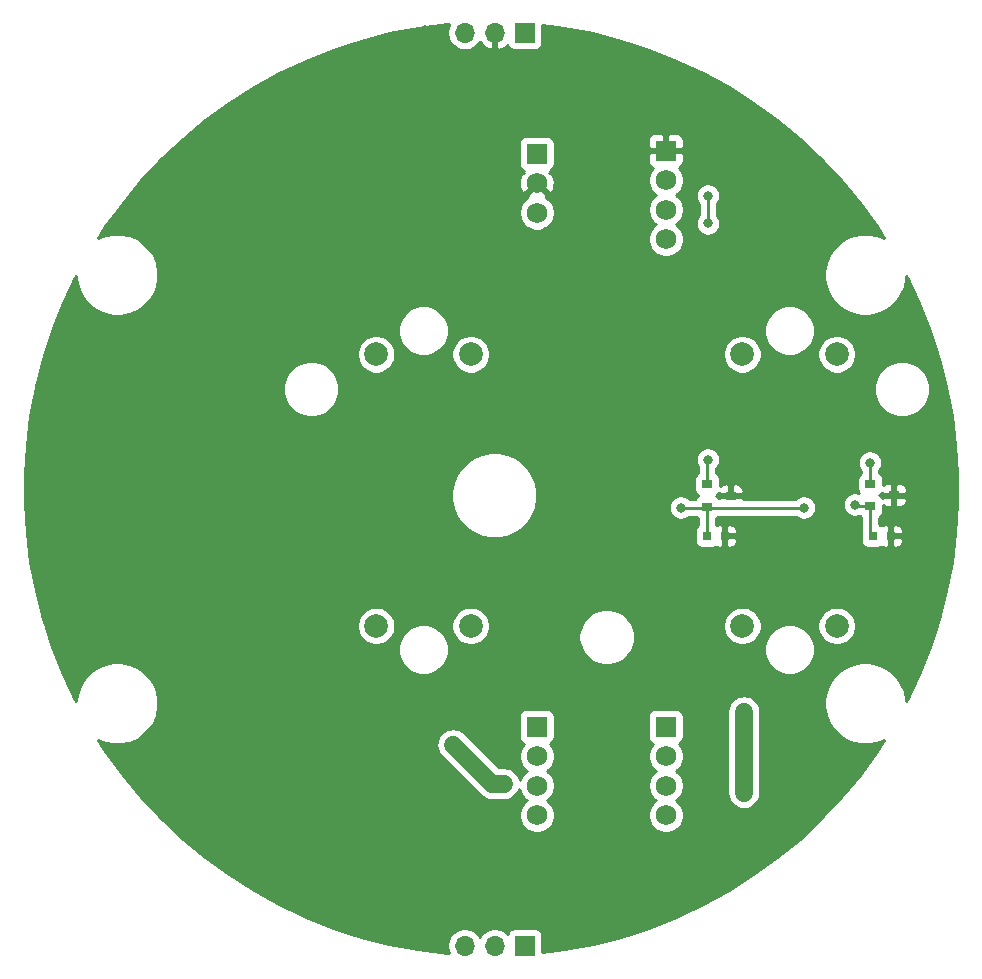
<source format=gbr>
G04 #@! TF.GenerationSoftware,KiCad,Pcbnew,(5.1.5)-3*
G04 #@! TF.CreationDate,2020-06-25T09:37:35+02:00*
G04 #@! TF.ProjectId,StepperClockMotor,53746570-7065-4724-936c-6f636b4d6f74,v1.1*
G04 #@! TF.SameCoordinates,Original*
G04 #@! TF.FileFunction,Copper,L2,Bot*
G04 #@! TF.FilePolarity,Positive*
%FSLAX46Y46*%
G04 Gerber Fmt 4.6, Leading zero omitted, Abs format (unit mm)*
G04 Created by KiCad (PCBNEW (5.1.5)-3) date 2020-06-25 09:37:35*
%MOMM*%
%LPD*%
G04 APERTURE LIST*
%ADD10C,2.000000*%
%ADD11R,1.750000X1.750000*%
%ADD12C,1.750000*%
%ADD13R,1.700000X1.700000*%
%ADD14O,1.700000X1.700000*%
%ADD15R,0.900000X0.800000*%
%ADD16R,0.800000X0.750000*%
%ADD17C,0.800000*%
%ADD18C,1.500000*%
%ADD19C,0.250000*%
%ADD20C,0.254000*%
G04 APERTURE END LIST*
D10*
X129795800Y-154480740D03*
X129795800Y-131480740D03*
X121795800Y-154480740D03*
X121795800Y-131480740D03*
X98795800Y-154480740D03*
X98795800Y-131480740D03*
X90795800Y-154480740D03*
X90795800Y-131480740D03*
D11*
X104393800Y-114494740D03*
D12*
X104393800Y-116994740D03*
X104393800Y-119494740D03*
D11*
X115315800Y-114240740D03*
D12*
X115315800Y-116740740D03*
X115315800Y-119240740D03*
X115315800Y-121740740D03*
D11*
X115315800Y-163008740D03*
D12*
X115315800Y-165508740D03*
X115315800Y-168008740D03*
X115315800Y-170508740D03*
D11*
X104393800Y-163008740D03*
D12*
X104393800Y-165508740D03*
X104393800Y-168008740D03*
X104393800Y-170508740D03*
D13*
X103377800Y-181550740D03*
D14*
X100837800Y-181550740D03*
X98297800Y-181550740D03*
D13*
X103375800Y-104260740D03*
D14*
X100835800Y-104260740D03*
X98295800Y-104260740D03*
D15*
X118815800Y-144400740D03*
X118815800Y-142500740D03*
X120815800Y-143450740D03*
X132635800Y-144360740D03*
X132635800Y-142460740D03*
X134635800Y-143410740D03*
D16*
X120305800Y-146860740D03*
X118805800Y-146860740D03*
X134345800Y-146860740D03*
X132845800Y-146860740D03*
D17*
X96195800Y-135350740D03*
X76695800Y-112380740D03*
X95975800Y-140890740D03*
X65095800Y-155560740D03*
X76915800Y-170300740D03*
X127565800Y-116560740D03*
X69775800Y-119520740D03*
X94935800Y-104060740D03*
X64195800Y-129770740D03*
X84235800Y-175390740D03*
X84581800Y-108144740D03*
X123443800Y-112716740D03*
X130047800Y-119828740D03*
X136651800Y-129734740D03*
X139445800Y-142688740D03*
X137413800Y-154880740D03*
X129793800Y-167072740D03*
X124205800Y-172914740D03*
X114299800Y-178248740D03*
X107949800Y-180280740D03*
X92201800Y-180280740D03*
X80009800Y-173676740D03*
X72135800Y-166818740D03*
X64007800Y-151324740D03*
X63245800Y-135576740D03*
X77469800Y-131512740D03*
X87883800Y-117034740D03*
X96773800Y-110938740D03*
X105917800Y-125924740D03*
X110997800Y-133290740D03*
X110997800Y-148784740D03*
X122935800Y-124908740D03*
X92709800Y-167072740D03*
X92455800Y-148022740D03*
X84327800Y-144212740D03*
X71925800Y-148780740D03*
X72135800Y-133290740D03*
X110489800Y-141164740D03*
X102615800Y-152848740D03*
X82549800Y-162754740D03*
X79755800Y-143704740D03*
X81533800Y-124146740D03*
X109219800Y-161484740D03*
X109219800Y-166056740D03*
X108965800Y-170374740D03*
X103631800Y-176470740D03*
X94741800Y-171898740D03*
X76199800Y-159452740D03*
X98551800Y-127448740D03*
X113791800Y-127702740D03*
X108965800Y-122876740D03*
X94995800Y-115510740D03*
X62565800Y-142720740D03*
X133195800Y-151330740D03*
X137025800Y-138420740D03*
X105785800Y-130370740D03*
X107935800Y-104930740D03*
X112145800Y-106430740D03*
X115885800Y-107920740D03*
X120285800Y-110170740D03*
X80715800Y-109890740D03*
X89785800Y-105590740D03*
X72575800Y-115970740D03*
X62475800Y-147030740D03*
X78755800Y-165450740D03*
X83245800Y-155350740D03*
X107845800Y-135330740D03*
X113175800Y-138330740D03*
X109615800Y-163890740D03*
X109295800Y-168340740D03*
X109455800Y-172940740D03*
X101599800Y-167834740D03*
X97281800Y-164532740D03*
X121919800Y-161738740D03*
X121919800Y-168596740D03*
X116585800Y-144466740D03*
X131317800Y-144212740D03*
X126999800Y-144466740D03*
X118871800Y-140402740D03*
X118871800Y-118050740D03*
X118875800Y-120400740D03*
X132587800Y-140656740D03*
D18*
X101599800Y-167834740D02*
X100583800Y-167834740D01*
X100583800Y-167834740D02*
X97281800Y-164532740D01*
X121919800Y-161738740D02*
X121919800Y-168596740D01*
D19*
X116585800Y-144466740D02*
X118749800Y-144466740D01*
X132635800Y-146650740D02*
X132845800Y-146860740D01*
X132635800Y-144360740D02*
X132635800Y-146650740D01*
X118815800Y-146850740D02*
X118805800Y-146860740D01*
X118815800Y-144400740D02*
X118815800Y-146850740D01*
X132595800Y-144400740D02*
X132635800Y-144360740D01*
X132635800Y-144360740D02*
X131465800Y-144360740D01*
X131465800Y-144360740D02*
X131317800Y-144212740D01*
X118881800Y-144466740D02*
X118815800Y-144400740D01*
X126999800Y-144466740D02*
X118881800Y-144466740D01*
X118815800Y-142500740D02*
X118815800Y-140458740D01*
X118815800Y-140458740D02*
X118871800Y-140402740D01*
X118871800Y-118050740D02*
X118871800Y-120396740D01*
X118871800Y-120396740D02*
X118875800Y-120400740D01*
X132635800Y-142460740D02*
X132635800Y-140704740D01*
X132635800Y-140704740D02*
X132587800Y-140656740D01*
D20*
G36*
X96979810Y-103557329D02*
G01*
X96867868Y-103827582D01*
X96810800Y-104114480D01*
X96810800Y-104407000D01*
X96867868Y-104693898D01*
X96979810Y-104964151D01*
X97142325Y-105207372D01*
X97349168Y-105414215D01*
X97592389Y-105576730D01*
X97862642Y-105688672D01*
X98149540Y-105745740D01*
X98442060Y-105745740D01*
X98728958Y-105688672D01*
X98999211Y-105576730D01*
X99242432Y-105414215D01*
X99449275Y-105207372D01*
X99570995Y-105025206D01*
X99640622Y-105142095D01*
X99835531Y-105358328D01*
X100068880Y-105532381D01*
X100331701Y-105657565D01*
X100478910Y-105702216D01*
X100708800Y-105580895D01*
X100708800Y-104387740D01*
X100688800Y-104387740D01*
X100688800Y-104133740D01*
X100708800Y-104133740D01*
X100708800Y-104113740D01*
X100962800Y-104113740D01*
X100962800Y-104133740D01*
X100982800Y-104133740D01*
X100982800Y-104387740D01*
X100962800Y-104387740D01*
X100962800Y-105580895D01*
X101192690Y-105702216D01*
X101339899Y-105657565D01*
X101602720Y-105532381D01*
X101836069Y-105358328D01*
X101911834Y-105274274D01*
X101936298Y-105354920D01*
X101995263Y-105465234D01*
X102074615Y-105561925D01*
X102171306Y-105641277D01*
X102281620Y-105700242D01*
X102401318Y-105736552D01*
X102525800Y-105748812D01*
X104225800Y-105748812D01*
X104350282Y-105736552D01*
X104469980Y-105700242D01*
X104580294Y-105641277D01*
X104676985Y-105561925D01*
X104756337Y-105465234D01*
X104815302Y-105354920D01*
X104851612Y-105235222D01*
X104863872Y-105110740D01*
X104863872Y-103624541D01*
X106703397Y-103856927D01*
X109140277Y-104321787D01*
X111543159Y-104938742D01*
X113902560Y-105705358D01*
X116209170Y-106618610D01*
X118453885Y-107674892D01*
X120627846Y-108870037D01*
X122722473Y-110199328D01*
X124729500Y-111657519D01*
X126641006Y-113238854D01*
X128449447Y-114937093D01*
X130147686Y-116745534D01*
X131729021Y-118657040D01*
X133187212Y-120664067D01*
X133822573Y-121665235D01*
X133200004Y-121407359D01*
X132528255Y-121273740D01*
X131843345Y-121273740D01*
X131171596Y-121407359D01*
X130538823Y-121669462D01*
X129969342Y-122049978D01*
X129485038Y-122534282D01*
X129104522Y-123103763D01*
X128842419Y-123736536D01*
X128708800Y-124408285D01*
X128708800Y-125093195D01*
X128842419Y-125764944D01*
X129104522Y-126397717D01*
X129485038Y-126967198D01*
X129969342Y-127451502D01*
X130538823Y-127832018D01*
X131171596Y-128094121D01*
X131843345Y-128227740D01*
X132528255Y-128227740D01*
X133200004Y-128094121D01*
X133832777Y-127832018D01*
X134402258Y-127451502D01*
X134886562Y-126967198D01*
X135267078Y-126397717D01*
X135529181Y-125764944D01*
X135662800Y-125093195D01*
X135662800Y-124843801D01*
X135711648Y-124932655D01*
X136767930Y-127177370D01*
X137681182Y-129483980D01*
X138447798Y-131843381D01*
X139064753Y-134246263D01*
X139529613Y-136683143D01*
X139840542Y-139144403D01*
X139996314Y-141620329D01*
X139996314Y-144101151D01*
X139840542Y-146577077D01*
X139529613Y-149038337D01*
X139064753Y-151475217D01*
X138447798Y-153878099D01*
X137681182Y-156237500D01*
X136767930Y-158544110D01*
X135711648Y-160788825D01*
X135662800Y-160877679D01*
X135662800Y-160688285D01*
X135529181Y-160016536D01*
X135267078Y-159383763D01*
X134886562Y-158814282D01*
X134402258Y-158329978D01*
X133832777Y-157949462D01*
X133200004Y-157687359D01*
X132528255Y-157553740D01*
X131843345Y-157553740D01*
X131171596Y-157687359D01*
X130538823Y-157949462D01*
X129969342Y-158329978D01*
X129485038Y-158814282D01*
X129104522Y-159383763D01*
X128842419Y-160016536D01*
X128708800Y-160688285D01*
X128708800Y-161373195D01*
X128842419Y-162044944D01*
X129104522Y-162677717D01*
X129485038Y-163247198D01*
X129969342Y-163731502D01*
X130538823Y-164112018D01*
X131171596Y-164374121D01*
X131843345Y-164507740D01*
X132528255Y-164507740D01*
X133200004Y-164374121D01*
X133770917Y-164137641D01*
X133187212Y-165057413D01*
X131729021Y-167064440D01*
X130147686Y-168975946D01*
X128449447Y-170784387D01*
X126641006Y-172482626D01*
X124729500Y-174063961D01*
X122722473Y-175522152D01*
X120627846Y-176851443D01*
X118453885Y-178046588D01*
X116209170Y-179102870D01*
X113902560Y-180016122D01*
X111543159Y-180782738D01*
X109140277Y-181399693D01*
X106703397Y-181864553D01*
X104865872Y-182096686D01*
X104865872Y-180700740D01*
X104853612Y-180576258D01*
X104817302Y-180456560D01*
X104758337Y-180346246D01*
X104678985Y-180249555D01*
X104582294Y-180170203D01*
X104471980Y-180111238D01*
X104352282Y-180074928D01*
X104227800Y-180062668D01*
X102527800Y-180062668D01*
X102403318Y-180074928D01*
X102283620Y-180111238D01*
X102173306Y-180170203D01*
X102076615Y-180249555D01*
X101997263Y-180346246D01*
X101938298Y-180456560D01*
X101916287Y-180529120D01*
X101784432Y-180397265D01*
X101541211Y-180234750D01*
X101270958Y-180122808D01*
X100984060Y-180065740D01*
X100691540Y-180065740D01*
X100404642Y-180122808D01*
X100134389Y-180234750D01*
X99891168Y-180397265D01*
X99684325Y-180604108D01*
X99567800Y-180778500D01*
X99451275Y-180604108D01*
X99244432Y-180397265D01*
X99001211Y-180234750D01*
X98730958Y-180122808D01*
X98444060Y-180065740D01*
X98151540Y-180065740D01*
X97864642Y-180122808D01*
X97594389Y-180234750D01*
X97351168Y-180397265D01*
X97144325Y-180604108D01*
X96981810Y-180847329D01*
X96869868Y-181117582D01*
X96812800Y-181404480D01*
X96812800Y-181697000D01*
X96869868Y-181983898D01*
X96952964Y-182184510D01*
X96809463Y-182175482D01*
X94348203Y-181864553D01*
X91911323Y-181399693D01*
X89508441Y-180782738D01*
X87149040Y-180016122D01*
X84842430Y-179102870D01*
X82597715Y-178046588D01*
X80423754Y-176851443D01*
X78329127Y-175522152D01*
X76322100Y-174063961D01*
X74410594Y-172482626D01*
X72602153Y-170784387D01*
X70903914Y-168975946D01*
X69322579Y-167064440D01*
X67864388Y-165057413D01*
X67531421Y-164532740D01*
X95890100Y-164532740D01*
X95916840Y-164804247D01*
X95996036Y-165065320D01*
X96124644Y-165305928D01*
X96254348Y-165463973D01*
X99556350Y-168765976D01*
X99599719Y-168818821D01*
X99652564Y-168862190D01*
X99652566Y-168862192D01*
X99696976Y-168898638D01*
X99810612Y-168991897D01*
X100051219Y-169120504D01*
X100312293Y-169199700D01*
X100515763Y-169219740D01*
X100515772Y-169219740D01*
X100583799Y-169226440D01*
X100651826Y-169219740D01*
X101667837Y-169219740D01*
X101871307Y-169199700D01*
X102132381Y-169120504D01*
X102372988Y-168991897D01*
X102583881Y-168818821D01*
X102756957Y-168607928D01*
X102885564Y-168367321D01*
X102909710Y-168287721D01*
X102941829Y-168449191D01*
X103055656Y-168723993D01*
X103220907Y-168971309D01*
X103431231Y-169181633D01*
X103546630Y-169258740D01*
X103431231Y-169335847D01*
X103220907Y-169546171D01*
X103055656Y-169793487D01*
X102941829Y-170068289D01*
X102883800Y-170360018D01*
X102883800Y-170657462D01*
X102941829Y-170949191D01*
X103055656Y-171223993D01*
X103220907Y-171471309D01*
X103431231Y-171681633D01*
X103678547Y-171846884D01*
X103953349Y-171960711D01*
X104245078Y-172018740D01*
X104542522Y-172018740D01*
X104834251Y-171960711D01*
X105109053Y-171846884D01*
X105356369Y-171681633D01*
X105566693Y-171471309D01*
X105731944Y-171223993D01*
X105845771Y-170949191D01*
X105903800Y-170657462D01*
X105903800Y-170360018D01*
X105845771Y-170068289D01*
X105731944Y-169793487D01*
X105566693Y-169546171D01*
X105356369Y-169335847D01*
X105240970Y-169258740D01*
X105356369Y-169181633D01*
X105566693Y-168971309D01*
X105731944Y-168723993D01*
X105845771Y-168449191D01*
X105903800Y-168157462D01*
X105903800Y-167860018D01*
X105845771Y-167568289D01*
X105731944Y-167293487D01*
X105566693Y-167046171D01*
X105356369Y-166835847D01*
X105240970Y-166758740D01*
X105356369Y-166681633D01*
X105566693Y-166471309D01*
X105731944Y-166223993D01*
X105845771Y-165949191D01*
X105903800Y-165657462D01*
X105903800Y-165360018D01*
X105845771Y-165068289D01*
X105731944Y-164793487D01*
X105566693Y-164546171D01*
X105498236Y-164477714D01*
X105512980Y-164473242D01*
X105623294Y-164414277D01*
X105719985Y-164334925D01*
X105799337Y-164238234D01*
X105858302Y-164127920D01*
X105894612Y-164008222D01*
X105906872Y-163883740D01*
X105906872Y-162133740D01*
X113802728Y-162133740D01*
X113802728Y-163883740D01*
X113814988Y-164008222D01*
X113851298Y-164127920D01*
X113910263Y-164238234D01*
X113989615Y-164334925D01*
X114086306Y-164414277D01*
X114196620Y-164473242D01*
X114211364Y-164477714D01*
X114142907Y-164546171D01*
X113977656Y-164793487D01*
X113863829Y-165068289D01*
X113805800Y-165360018D01*
X113805800Y-165657462D01*
X113863829Y-165949191D01*
X113977656Y-166223993D01*
X114142907Y-166471309D01*
X114353231Y-166681633D01*
X114468630Y-166758740D01*
X114353231Y-166835847D01*
X114142907Y-167046171D01*
X113977656Y-167293487D01*
X113863829Y-167568289D01*
X113805800Y-167860018D01*
X113805800Y-168157462D01*
X113863829Y-168449191D01*
X113977656Y-168723993D01*
X114142907Y-168971309D01*
X114353231Y-169181633D01*
X114468630Y-169258740D01*
X114353231Y-169335847D01*
X114142907Y-169546171D01*
X113977656Y-169793487D01*
X113863829Y-170068289D01*
X113805800Y-170360018D01*
X113805800Y-170657462D01*
X113863829Y-170949191D01*
X113977656Y-171223993D01*
X114142907Y-171471309D01*
X114353231Y-171681633D01*
X114600547Y-171846884D01*
X114875349Y-171960711D01*
X115167078Y-172018740D01*
X115464522Y-172018740D01*
X115756251Y-171960711D01*
X116031053Y-171846884D01*
X116278369Y-171681633D01*
X116488693Y-171471309D01*
X116653944Y-171223993D01*
X116767771Y-170949191D01*
X116825800Y-170657462D01*
X116825800Y-170360018D01*
X116767771Y-170068289D01*
X116653944Y-169793487D01*
X116488693Y-169546171D01*
X116278369Y-169335847D01*
X116162970Y-169258740D01*
X116278369Y-169181633D01*
X116488693Y-168971309D01*
X116653944Y-168723993D01*
X116767771Y-168449191D01*
X116825800Y-168157462D01*
X116825800Y-167860018D01*
X116767771Y-167568289D01*
X116653944Y-167293487D01*
X116488693Y-167046171D01*
X116278369Y-166835847D01*
X116162970Y-166758740D01*
X116278369Y-166681633D01*
X116488693Y-166471309D01*
X116653944Y-166223993D01*
X116767771Y-165949191D01*
X116825800Y-165657462D01*
X116825800Y-165360018D01*
X116767771Y-165068289D01*
X116653944Y-164793487D01*
X116488693Y-164546171D01*
X116420236Y-164477714D01*
X116434980Y-164473242D01*
X116545294Y-164414277D01*
X116641985Y-164334925D01*
X116721337Y-164238234D01*
X116780302Y-164127920D01*
X116816612Y-164008222D01*
X116828872Y-163883740D01*
X116828872Y-162133740D01*
X116816612Y-162009258D01*
X116780302Y-161889560D01*
X116721337Y-161779246D01*
X116641985Y-161682555D01*
X116627545Y-161670704D01*
X120534800Y-161670704D01*
X120534801Y-168664777D01*
X120554841Y-168868247D01*
X120634037Y-169129321D01*
X120762644Y-169369928D01*
X120935720Y-169580821D01*
X121146613Y-169753897D01*
X121387220Y-169882504D01*
X121648294Y-169961700D01*
X121919800Y-169988441D01*
X122191307Y-169961700D01*
X122452381Y-169882504D01*
X122692988Y-169753897D01*
X122903881Y-169580821D01*
X123076957Y-169369928D01*
X123205564Y-169129321D01*
X123284760Y-168868247D01*
X123304800Y-168664777D01*
X123304800Y-161670703D01*
X123284760Y-161467233D01*
X123205564Y-161206159D01*
X123076957Y-160965552D01*
X122903880Y-160754659D01*
X122692987Y-160581583D01*
X122452380Y-160452976D01*
X122191306Y-160373780D01*
X121919800Y-160347039D01*
X121648293Y-160373780D01*
X121387219Y-160452976D01*
X121146612Y-160581583D01*
X120935719Y-160754660D01*
X120762643Y-160965553D01*
X120634036Y-161206160D01*
X120554840Y-161467234D01*
X120534800Y-161670704D01*
X116627545Y-161670704D01*
X116545294Y-161603203D01*
X116434980Y-161544238D01*
X116315282Y-161507928D01*
X116190800Y-161495668D01*
X114440800Y-161495668D01*
X114316318Y-161507928D01*
X114196620Y-161544238D01*
X114086306Y-161603203D01*
X113989615Y-161682555D01*
X113910263Y-161779246D01*
X113851298Y-161889560D01*
X113814988Y-162009258D01*
X113802728Y-162133740D01*
X105906872Y-162133740D01*
X105894612Y-162009258D01*
X105858302Y-161889560D01*
X105799337Y-161779246D01*
X105719985Y-161682555D01*
X105623294Y-161603203D01*
X105512980Y-161544238D01*
X105393282Y-161507928D01*
X105268800Y-161495668D01*
X103518800Y-161495668D01*
X103394318Y-161507928D01*
X103274620Y-161544238D01*
X103164306Y-161603203D01*
X103067615Y-161682555D01*
X102988263Y-161779246D01*
X102929298Y-161889560D01*
X102892988Y-162009258D01*
X102880728Y-162133740D01*
X102880728Y-163883740D01*
X102892988Y-164008222D01*
X102929298Y-164127920D01*
X102988263Y-164238234D01*
X103067615Y-164334925D01*
X103164306Y-164414277D01*
X103274620Y-164473242D01*
X103289364Y-164477714D01*
X103220907Y-164546171D01*
X103055656Y-164793487D01*
X102941829Y-165068289D01*
X102883800Y-165360018D01*
X102883800Y-165657462D01*
X102941829Y-165949191D01*
X103055656Y-166223993D01*
X103220907Y-166471309D01*
X103431231Y-166681633D01*
X103546630Y-166758740D01*
X103431231Y-166835847D01*
X103220907Y-167046171D01*
X103055656Y-167293487D01*
X102955951Y-167534195D01*
X102885564Y-167302159D01*
X102756957Y-167061552D01*
X102583881Y-166850659D01*
X102372988Y-166677583D01*
X102132381Y-166548976D01*
X101871307Y-166469780D01*
X101667837Y-166449740D01*
X101157486Y-166449740D01*
X98213033Y-163505288D01*
X98054988Y-163375584D01*
X97814380Y-163246976D01*
X97553307Y-163167780D01*
X97281800Y-163141040D01*
X97010293Y-163167780D01*
X96749220Y-163246976D01*
X96508612Y-163375584D01*
X96297719Y-163548659D01*
X96124644Y-163759552D01*
X95996036Y-164000160D01*
X95916840Y-164261233D01*
X95890100Y-164532740D01*
X67531421Y-164532740D01*
X67280683Y-164137641D01*
X67851596Y-164374121D01*
X68523345Y-164507740D01*
X69208255Y-164507740D01*
X69880004Y-164374121D01*
X70512777Y-164112018D01*
X71082258Y-163731502D01*
X71566562Y-163247198D01*
X71947078Y-162677717D01*
X72209181Y-162044944D01*
X72342800Y-161373195D01*
X72342800Y-160688285D01*
X72209181Y-160016536D01*
X71947078Y-159383763D01*
X71566562Y-158814282D01*
X71082258Y-158329978D01*
X70512777Y-157949462D01*
X69880004Y-157687359D01*
X69208255Y-157553740D01*
X68523345Y-157553740D01*
X67851596Y-157687359D01*
X67218823Y-157949462D01*
X66649342Y-158329978D01*
X66165038Y-158814282D01*
X65784522Y-159383763D01*
X65522419Y-160016536D01*
X65388800Y-160688285D01*
X65388800Y-160877679D01*
X65339952Y-160788825D01*
X64283670Y-158544110D01*
X63383469Y-156270461D01*
X92660800Y-156270461D01*
X92660800Y-156691019D01*
X92742847Y-157103496D01*
X92903788Y-157492042D01*
X93137437Y-157841723D01*
X93434817Y-158139103D01*
X93784498Y-158372752D01*
X94173044Y-158533693D01*
X94585521Y-158615740D01*
X95006079Y-158615740D01*
X95418556Y-158533693D01*
X95807102Y-158372752D01*
X96156783Y-158139103D01*
X96454163Y-157841723D01*
X96687812Y-157492042D01*
X96848753Y-157103496D01*
X96930800Y-156691019D01*
X96930800Y-156270461D01*
X96848753Y-155857984D01*
X96687812Y-155469438D01*
X96454163Y-155119757D01*
X96156783Y-154822377D01*
X95807102Y-154588728D01*
X95418556Y-154427787D01*
X95006079Y-154345740D01*
X94585521Y-154345740D01*
X94173044Y-154427787D01*
X93784498Y-154588728D01*
X93434817Y-154822377D01*
X93137437Y-155119757D01*
X92903788Y-155469438D01*
X92742847Y-155857984D01*
X92660800Y-156270461D01*
X63383469Y-156270461D01*
X63370418Y-156237500D01*
X62747290Y-154319707D01*
X89160800Y-154319707D01*
X89160800Y-154641773D01*
X89223632Y-154957652D01*
X89346882Y-155255203D01*
X89525813Y-155522992D01*
X89753548Y-155750727D01*
X90021337Y-155929658D01*
X90318888Y-156052908D01*
X90634767Y-156115740D01*
X90956833Y-156115740D01*
X91272712Y-156052908D01*
X91570263Y-155929658D01*
X91838052Y-155750727D01*
X92065787Y-155522992D01*
X92244718Y-155255203D01*
X92367968Y-154957652D01*
X92430800Y-154641773D01*
X92430800Y-154319707D01*
X97160800Y-154319707D01*
X97160800Y-154641773D01*
X97223632Y-154957652D01*
X97346882Y-155255203D01*
X97525813Y-155522992D01*
X97753548Y-155750727D01*
X98021337Y-155929658D01*
X98318888Y-156052908D01*
X98634767Y-156115740D01*
X98956833Y-156115740D01*
X99272712Y-156052908D01*
X99570263Y-155929658D01*
X99838052Y-155750727D01*
X100065787Y-155522992D01*
X100244718Y-155255203D01*
X100273450Y-155185838D01*
X107920800Y-155185838D01*
X107920800Y-155655642D01*
X108012454Y-156116419D01*
X108192240Y-156550461D01*
X108453250Y-156941089D01*
X108785451Y-157273290D01*
X109176079Y-157534300D01*
X109610121Y-157714086D01*
X110070898Y-157805740D01*
X110540702Y-157805740D01*
X111001479Y-157714086D01*
X111435521Y-157534300D01*
X111826149Y-157273290D01*
X112158350Y-156941089D01*
X112419360Y-156550461D01*
X112535339Y-156270461D01*
X123660800Y-156270461D01*
X123660800Y-156691019D01*
X123742847Y-157103496D01*
X123903788Y-157492042D01*
X124137437Y-157841723D01*
X124434817Y-158139103D01*
X124784498Y-158372752D01*
X125173044Y-158533693D01*
X125585521Y-158615740D01*
X126006079Y-158615740D01*
X126418556Y-158533693D01*
X126807102Y-158372752D01*
X127156783Y-158139103D01*
X127454163Y-157841723D01*
X127687812Y-157492042D01*
X127848753Y-157103496D01*
X127930800Y-156691019D01*
X127930800Y-156270461D01*
X127848753Y-155857984D01*
X127687812Y-155469438D01*
X127454163Y-155119757D01*
X127156783Y-154822377D01*
X126807102Y-154588728D01*
X126418556Y-154427787D01*
X126006079Y-154345740D01*
X125585521Y-154345740D01*
X125173044Y-154427787D01*
X124784498Y-154588728D01*
X124434817Y-154822377D01*
X124137437Y-155119757D01*
X123903788Y-155469438D01*
X123742847Y-155857984D01*
X123660800Y-156270461D01*
X112535339Y-156270461D01*
X112599146Y-156116419D01*
X112690800Y-155655642D01*
X112690800Y-155185838D01*
X112599146Y-154725061D01*
X112431243Y-154319707D01*
X120160800Y-154319707D01*
X120160800Y-154641773D01*
X120223632Y-154957652D01*
X120346882Y-155255203D01*
X120525813Y-155522992D01*
X120753548Y-155750727D01*
X121021337Y-155929658D01*
X121318888Y-156052908D01*
X121634767Y-156115740D01*
X121956833Y-156115740D01*
X122272712Y-156052908D01*
X122570263Y-155929658D01*
X122838052Y-155750727D01*
X123065787Y-155522992D01*
X123244718Y-155255203D01*
X123367968Y-154957652D01*
X123430800Y-154641773D01*
X123430800Y-154319707D01*
X128160800Y-154319707D01*
X128160800Y-154641773D01*
X128223632Y-154957652D01*
X128346882Y-155255203D01*
X128525813Y-155522992D01*
X128753548Y-155750727D01*
X129021337Y-155929658D01*
X129318888Y-156052908D01*
X129634767Y-156115740D01*
X129956833Y-156115740D01*
X130272712Y-156052908D01*
X130570263Y-155929658D01*
X130838052Y-155750727D01*
X131065787Y-155522992D01*
X131244718Y-155255203D01*
X131367968Y-154957652D01*
X131430800Y-154641773D01*
X131430800Y-154319707D01*
X131367968Y-154003828D01*
X131244718Y-153706277D01*
X131065787Y-153438488D01*
X130838052Y-153210753D01*
X130570263Y-153031822D01*
X130272712Y-152908572D01*
X129956833Y-152845740D01*
X129634767Y-152845740D01*
X129318888Y-152908572D01*
X129021337Y-153031822D01*
X128753548Y-153210753D01*
X128525813Y-153438488D01*
X128346882Y-153706277D01*
X128223632Y-154003828D01*
X128160800Y-154319707D01*
X123430800Y-154319707D01*
X123367968Y-154003828D01*
X123244718Y-153706277D01*
X123065787Y-153438488D01*
X122838052Y-153210753D01*
X122570263Y-153031822D01*
X122272712Y-152908572D01*
X121956833Y-152845740D01*
X121634767Y-152845740D01*
X121318888Y-152908572D01*
X121021337Y-153031822D01*
X120753548Y-153210753D01*
X120525813Y-153438488D01*
X120346882Y-153706277D01*
X120223632Y-154003828D01*
X120160800Y-154319707D01*
X112431243Y-154319707D01*
X112419360Y-154291019D01*
X112158350Y-153900391D01*
X111826149Y-153568190D01*
X111435521Y-153307180D01*
X111001479Y-153127394D01*
X110540702Y-153035740D01*
X110070898Y-153035740D01*
X109610121Y-153127394D01*
X109176079Y-153307180D01*
X108785451Y-153568190D01*
X108453250Y-153900391D01*
X108192240Y-154291019D01*
X108012454Y-154725061D01*
X107920800Y-155185838D01*
X100273450Y-155185838D01*
X100367968Y-154957652D01*
X100430800Y-154641773D01*
X100430800Y-154319707D01*
X100367968Y-154003828D01*
X100244718Y-153706277D01*
X100065787Y-153438488D01*
X99838052Y-153210753D01*
X99570263Y-153031822D01*
X99272712Y-152908572D01*
X98956833Y-152845740D01*
X98634767Y-152845740D01*
X98318888Y-152908572D01*
X98021337Y-153031822D01*
X97753548Y-153210753D01*
X97525813Y-153438488D01*
X97346882Y-153706277D01*
X97223632Y-154003828D01*
X97160800Y-154319707D01*
X92430800Y-154319707D01*
X92367968Y-154003828D01*
X92244718Y-153706277D01*
X92065787Y-153438488D01*
X91838052Y-153210753D01*
X91570263Y-153031822D01*
X91272712Y-152908572D01*
X90956833Y-152845740D01*
X90634767Y-152845740D01*
X90318888Y-152908572D01*
X90021337Y-153031822D01*
X89753548Y-153210753D01*
X89525813Y-153438488D01*
X89346882Y-153706277D01*
X89223632Y-154003828D01*
X89160800Y-154319707D01*
X62747290Y-154319707D01*
X62603802Y-153878099D01*
X61986847Y-151475217D01*
X61521987Y-149038337D01*
X61211058Y-146577077D01*
X61055286Y-144101151D01*
X61055286Y-143062724D01*
X97160800Y-143062724D01*
X97160800Y-143778756D01*
X97300491Y-144481030D01*
X97574505Y-145142558D01*
X97972311Y-145737917D01*
X98478623Y-146244229D01*
X99073982Y-146642035D01*
X99735510Y-146916049D01*
X100437784Y-147055740D01*
X101153816Y-147055740D01*
X101856090Y-146916049D01*
X102517618Y-146642035D01*
X103112977Y-146244229D01*
X103619289Y-145737917D01*
X104017095Y-145142558D01*
X104291109Y-144481030D01*
X104314228Y-144364801D01*
X115550800Y-144364801D01*
X115550800Y-144568679D01*
X115590574Y-144768638D01*
X115668595Y-144956996D01*
X115781863Y-145126514D01*
X115926026Y-145270677D01*
X116095544Y-145383945D01*
X116283902Y-145461966D01*
X116483861Y-145501740D01*
X116687739Y-145501740D01*
X116887698Y-145461966D01*
X117076056Y-145383945D01*
X117245574Y-145270677D01*
X117289511Y-145226740D01*
X117893946Y-145226740D01*
X117914615Y-145251925D01*
X118011306Y-145331277D01*
X118055800Y-145355060D01*
X118055801Y-145952801D01*
X118051306Y-145955203D01*
X117954615Y-146034555D01*
X117875263Y-146131246D01*
X117816298Y-146241560D01*
X117779988Y-146361258D01*
X117767728Y-146485740D01*
X117767728Y-147235740D01*
X117779988Y-147360222D01*
X117816298Y-147479920D01*
X117875263Y-147590234D01*
X117954615Y-147686925D01*
X118051306Y-147766277D01*
X118161620Y-147825242D01*
X118281318Y-147861552D01*
X118405800Y-147873812D01*
X119205800Y-147873812D01*
X119330282Y-147861552D01*
X119449980Y-147825242D01*
X119555800Y-147768679D01*
X119661620Y-147825242D01*
X119781318Y-147861552D01*
X119905800Y-147873812D01*
X120020050Y-147870740D01*
X120178800Y-147711990D01*
X120178800Y-146987740D01*
X120432800Y-146987740D01*
X120432800Y-147711990D01*
X120591550Y-147870740D01*
X120705800Y-147873812D01*
X120830282Y-147861552D01*
X120949980Y-147825242D01*
X121060294Y-147766277D01*
X121156985Y-147686925D01*
X121236337Y-147590234D01*
X121295302Y-147479920D01*
X121331612Y-147360222D01*
X121343872Y-147235740D01*
X121340800Y-147146490D01*
X121182050Y-146987740D01*
X120432800Y-146987740D01*
X120178800Y-146987740D01*
X120158800Y-146987740D01*
X120158800Y-146733740D01*
X120178800Y-146733740D01*
X120178800Y-146009490D01*
X120432800Y-146009490D01*
X120432800Y-146733740D01*
X121182050Y-146733740D01*
X121340800Y-146574990D01*
X121343872Y-146485740D01*
X121331612Y-146361258D01*
X121295302Y-146241560D01*
X121236337Y-146131246D01*
X121156985Y-146034555D01*
X121060294Y-145955203D01*
X120949980Y-145896238D01*
X120830282Y-145859928D01*
X120705800Y-145847668D01*
X120591550Y-145850740D01*
X120432800Y-146009490D01*
X120178800Y-146009490D01*
X120020050Y-145850740D01*
X119905800Y-145847668D01*
X119781318Y-145859928D01*
X119661620Y-145896238D01*
X119575800Y-145942110D01*
X119575800Y-145355060D01*
X119620294Y-145331277D01*
X119716985Y-145251925D01*
X119737654Y-145226740D01*
X126296089Y-145226740D01*
X126340026Y-145270677D01*
X126509544Y-145383945D01*
X126697902Y-145461966D01*
X126897861Y-145501740D01*
X127101739Y-145501740D01*
X127301698Y-145461966D01*
X127490056Y-145383945D01*
X127659574Y-145270677D01*
X127803737Y-145126514D01*
X127917005Y-144956996D01*
X127995026Y-144768638D01*
X128034800Y-144568679D01*
X128034800Y-144364801D01*
X127995026Y-144164842D01*
X127972642Y-144110801D01*
X130282800Y-144110801D01*
X130282800Y-144314679D01*
X130322574Y-144514638D01*
X130400595Y-144702996D01*
X130513863Y-144872514D01*
X130658026Y-145016677D01*
X130827544Y-145129945D01*
X131015902Y-145207966D01*
X131215861Y-145247740D01*
X131419739Y-145247740D01*
X131619698Y-145207966D01*
X131703036Y-145173446D01*
X131734615Y-145211925D01*
X131831306Y-145291277D01*
X131875800Y-145315060D01*
X131875801Y-146205073D01*
X131856298Y-146241560D01*
X131819988Y-146361258D01*
X131807728Y-146485740D01*
X131807728Y-147235740D01*
X131819988Y-147360222D01*
X131856298Y-147479920D01*
X131915263Y-147590234D01*
X131994615Y-147686925D01*
X132091306Y-147766277D01*
X132201620Y-147825242D01*
X132321318Y-147861552D01*
X132445800Y-147873812D01*
X133245800Y-147873812D01*
X133370282Y-147861552D01*
X133489980Y-147825242D01*
X133595800Y-147768679D01*
X133701620Y-147825242D01*
X133821318Y-147861552D01*
X133945800Y-147873812D01*
X134060050Y-147870740D01*
X134218800Y-147711990D01*
X134218800Y-146987740D01*
X134472800Y-146987740D01*
X134472800Y-147711990D01*
X134631550Y-147870740D01*
X134745800Y-147873812D01*
X134870282Y-147861552D01*
X134989980Y-147825242D01*
X135100294Y-147766277D01*
X135196985Y-147686925D01*
X135276337Y-147590234D01*
X135335302Y-147479920D01*
X135371612Y-147360222D01*
X135383872Y-147235740D01*
X135380800Y-147146490D01*
X135222050Y-146987740D01*
X134472800Y-146987740D01*
X134218800Y-146987740D01*
X134198800Y-146987740D01*
X134198800Y-146733740D01*
X134218800Y-146733740D01*
X134218800Y-146009490D01*
X134472800Y-146009490D01*
X134472800Y-146733740D01*
X135222050Y-146733740D01*
X135380800Y-146574990D01*
X135383872Y-146485740D01*
X135371612Y-146361258D01*
X135335302Y-146241560D01*
X135276337Y-146131246D01*
X135196985Y-146034555D01*
X135100294Y-145955203D01*
X134989980Y-145896238D01*
X134870282Y-145859928D01*
X134745800Y-145847668D01*
X134631550Y-145850740D01*
X134472800Y-146009490D01*
X134218800Y-146009490D01*
X134060050Y-145850740D01*
X133945800Y-145847668D01*
X133821318Y-145859928D01*
X133701620Y-145896238D01*
X133595800Y-145952801D01*
X133489980Y-145896238D01*
X133395800Y-145867669D01*
X133395800Y-145315060D01*
X133440294Y-145291277D01*
X133536985Y-145211925D01*
X133616337Y-145115234D01*
X133675302Y-145004920D01*
X133711612Y-144885222D01*
X133723872Y-144760740D01*
X133723872Y-144248835D01*
X133734615Y-144261925D01*
X133831306Y-144341277D01*
X133941620Y-144400242D01*
X134061318Y-144436552D01*
X134185800Y-144448812D01*
X134350050Y-144445740D01*
X134508800Y-144286990D01*
X134508800Y-143537740D01*
X134762800Y-143537740D01*
X134762800Y-144286990D01*
X134921550Y-144445740D01*
X135085800Y-144448812D01*
X135210282Y-144436552D01*
X135329980Y-144400242D01*
X135440294Y-144341277D01*
X135536985Y-144261925D01*
X135616337Y-144165234D01*
X135675302Y-144054920D01*
X135711612Y-143935222D01*
X135723872Y-143810740D01*
X135720800Y-143696490D01*
X135562050Y-143537740D01*
X134762800Y-143537740D01*
X134508800Y-143537740D01*
X133709550Y-143537740D01*
X133624943Y-143622347D01*
X133616337Y-143606246D01*
X133536985Y-143509555D01*
X133440294Y-143430203D01*
X133403882Y-143410740D01*
X133440294Y-143391277D01*
X133536985Y-143311925D01*
X133616337Y-143215234D01*
X133624943Y-143199133D01*
X133709550Y-143283740D01*
X134508800Y-143283740D01*
X134508800Y-142534490D01*
X134762800Y-142534490D01*
X134762800Y-143283740D01*
X135562050Y-143283740D01*
X135720800Y-143124990D01*
X135723872Y-143010740D01*
X135711612Y-142886258D01*
X135675302Y-142766560D01*
X135616337Y-142656246D01*
X135536985Y-142559555D01*
X135440294Y-142480203D01*
X135329980Y-142421238D01*
X135210282Y-142384928D01*
X135085800Y-142372668D01*
X134921550Y-142375740D01*
X134762800Y-142534490D01*
X134508800Y-142534490D01*
X134350050Y-142375740D01*
X134185800Y-142372668D01*
X134061318Y-142384928D01*
X133941620Y-142421238D01*
X133831306Y-142480203D01*
X133734615Y-142559555D01*
X133723872Y-142572645D01*
X133723872Y-142060740D01*
X133711612Y-141936258D01*
X133675302Y-141816560D01*
X133616337Y-141706246D01*
X133536985Y-141609555D01*
X133440294Y-141530203D01*
X133395800Y-141506420D01*
X133395800Y-141310433D01*
X133505005Y-141146996D01*
X133583026Y-140958638D01*
X133622800Y-140758679D01*
X133622800Y-140554801D01*
X133583026Y-140354842D01*
X133505005Y-140166484D01*
X133391737Y-139996966D01*
X133247574Y-139852803D01*
X133078056Y-139739535D01*
X132889698Y-139661514D01*
X132689739Y-139621740D01*
X132485861Y-139621740D01*
X132285902Y-139661514D01*
X132097544Y-139739535D01*
X131928026Y-139852803D01*
X131783863Y-139996966D01*
X131670595Y-140166484D01*
X131592574Y-140354842D01*
X131552800Y-140554801D01*
X131552800Y-140758679D01*
X131592574Y-140958638D01*
X131670595Y-141146996D01*
X131783863Y-141316514D01*
X131875801Y-141408452D01*
X131875801Y-141506420D01*
X131831306Y-141530203D01*
X131734615Y-141609555D01*
X131655263Y-141706246D01*
X131596298Y-141816560D01*
X131559988Y-141936258D01*
X131547728Y-142060740D01*
X131547728Y-142860740D01*
X131559988Y-142985222D01*
X131596298Y-143104920D01*
X131655263Y-143215234D01*
X131676414Y-143241007D01*
X131619698Y-143217514D01*
X131419739Y-143177740D01*
X131215861Y-143177740D01*
X131015902Y-143217514D01*
X130827544Y-143295535D01*
X130658026Y-143408803D01*
X130513863Y-143552966D01*
X130400595Y-143722484D01*
X130322574Y-143910842D01*
X130282800Y-144110801D01*
X127972642Y-144110801D01*
X127917005Y-143976484D01*
X127803737Y-143806966D01*
X127659574Y-143662803D01*
X127490056Y-143549535D01*
X127301698Y-143471514D01*
X127101739Y-143431740D01*
X126897861Y-143431740D01*
X126697902Y-143471514D01*
X126509544Y-143549535D01*
X126340026Y-143662803D01*
X126296089Y-143706740D01*
X121871050Y-143706740D01*
X121742050Y-143577740D01*
X120942800Y-143577740D01*
X120942800Y-143597740D01*
X120688800Y-143597740D01*
X120688800Y-143577740D01*
X119889550Y-143577740D01*
X119804943Y-143662347D01*
X119796337Y-143646246D01*
X119716985Y-143549555D01*
X119620294Y-143470203D01*
X119583882Y-143450740D01*
X119620294Y-143431277D01*
X119716985Y-143351925D01*
X119796337Y-143255234D01*
X119804943Y-143239133D01*
X119889550Y-143323740D01*
X120688800Y-143323740D01*
X120688800Y-142574490D01*
X120942800Y-142574490D01*
X120942800Y-143323740D01*
X121742050Y-143323740D01*
X121900800Y-143164990D01*
X121903872Y-143050740D01*
X121891612Y-142926258D01*
X121855302Y-142806560D01*
X121796337Y-142696246D01*
X121716985Y-142599555D01*
X121620294Y-142520203D01*
X121509980Y-142461238D01*
X121390282Y-142424928D01*
X121265800Y-142412668D01*
X121101550Y-142415740D01*
X120942800Y-142574490D01*
X120688800Y-142574490D01*
X120530050Y-142415740D01*
X120365800Y-142412668D01*
X120241318Y-142424928D01*
X120121620Y-142461238D01*
X120011306Y-142520203D01*
X119914615Y-142599555D01*
X119903872Y-142612645D01*
X119903872Y-142100740D01*
X119891612Y-141976258D01*
X119855302Y-141856560D01*
X119796337Y-141746246D01*
X119716985Y-141649555D01*
X119620294Y-141570203D01*
X119575800Y-141546420D01*
X119575800Y-141162451D01*
X119675737Y-141062514D01*
X119789005Y-140892996D01*
X119867026Y-140704638D01*
X119906800Y-140504679D01*
X119906800Y-140300801D01*
X119867026Y-140100842D01*
X119789005Y-139912484D01*
X119675737Y-139742966D01*
X119531574Y-139598803D01*
X119362056Y-139485535D01*
X119173698Y-139407514D01*
X118973739Y-139367740D01*
X118769861Y-139367740D01*
X118569902Y-139407514D01*
X118381544Y-139485535D01*
X118212026Y-139598803D01*
X118067863Y-139742966D01*
X117954595Y-139912484D01*
X117876574Y-140100842D01*
X117836800Y-140300801D01*
X117836800Y-140504679D01*
X117876574Y-140704638D01*
X117954595Y-140892996D01*
X118055801Y-141044461D01*
X118055800Y-141546420D01*
X118011306Y-141570203D01*
X117914615Y-141649555D01*
X117835263Y-141746246D01*
X117776298Y-141856560D01*
X117739988Y-141976258D01*
X117727728Y-142100740D01*
X117727728Y-142900740D01*
X117739988Y-143025222D01*
X117776298Y-143144920D01*
X117835263Y-143255234D01*
X117914615Y-143351925D01*
X118011306Y-143431277D01*
X118047718Y-143450740D01*
X118011306Y-143470203D01*
X117914615Y-143549555D01*
X117835263Y-143646246D01*
X117802928Y-143706740D01*
X117289511Y-143706740D01*
X117245574Y-143662803D01*
X117076056Y-143549535D01*
X116887698Y-143471514D01*
X116687739Y-143431740D01*
X116483861Y-143431740D01*
X116283902Y-143471514D01*
X116095544Y-143549535D01*
X115926026Y-143662803D01*
X115781863Y-143806966D01*
X115668595Y-143976484D01*
X115590574Y-144164842D01*
X115550800Y-144364801D01*
X104314228Y-144364801D01*
X104430800Y-143778756D01*
X104430800Y-143062724D01*
X104291109Y-142360450D01*
X104017095Y-141698922D01*
X103619289Y-141103563D01*
X103112977Y-140597251D01*
X102517618Y-140199445D01*
X101856090Y-139925431D01*
X101153816Y-139785740D01*
X100437784Y-139785740D01*
X99735510Y-139925431D01*
X99073982Y-140199445D01*
X98478623Y-140597251D01*
X97972311Y-141103563D01*
X97574505Y-141698922D01*
X97300491Y-142360450D01*
X97160800Y-143062724D01*
X61055286Y-143062724D01*
X61055286Y-141620329D01*
X61211058Y-139144403D01*
X61521987Y-136683143D01*
X61986847Y-134246263D01*
X62002361Y-134185838D01*
X82920800Y-134185838D01*
X82920800Y-134655642D01*
X83012454Y-135116419D01*
X83192240Y-135550461D01*
X83453250Y-135941089D01*
X83785451Y-136273290D01*
X84176079Y-136534300D01*
X84610121Y-136714086D01*
X85070898Y-136805740D01*
X85540702Y-136805740D01*
X86001479Y-136714086D01*
X86435521Y-136534300D01*
X86826149Y-136273290D01*
X87158350Y-135941089D01*
X87419360Y-135550461D01*
X87599146Y-135116419D01*
X87690800Y-134655642D01*
X87690800Y-134185838D01*
X132920800Y-134185838D01*
X132920800Y-134655642D01*
X133012454Y-135116419D01*
X133192240Y-135550461D01*
X133453250Y-135941089D01*
X133785451Y-136273290D01*
X134176079Y-136534300D01*
X134610121Y-136714086D01*
X135070898Y-136805740D01*
X135540702Y-136805740D01*
X136001479Y-136714086D01*
X136435521Y-136534300D01*
X136826149Y-136273290D01*
X137158350Y-135941089D01*
X137419360Y-135550461D01*
X137599146Y-135116419D01*
X137690800Y-134655642D01*
X137690800Y-134185838D01*
X137599146Y-133725061D01*
X137419360Y-133291019D01*
X137158350Y-132900391D01*
X136826149Y-132568190D01*
X136435521Y-132307180D01*
X136001479Y-132127394D01*
X135540702Y-132035740D01*
X135070898Y-132035740D01*
X134610121Y-132127394D01*
X134176079Y-132307180D01*
X133785451Y-132568190D01*
X133453250Y-132900391D01*
X133192240Y-133291019D01*
X133012454Y-133725061D01*
X132920800Y-134185838D01*
X87690800Y-134185838D01*
X87599146Y-133725061D01*
X87419360Y-133291019D01*
X87158350Y-132900391D01*
X86826149Y-132568190D01*
X86435521Y-132307180D01*
X86001479Y-132127394D01*
X85540702Y-132035740D01*
X85070898Y-132035740D01*
X84610121Y-132127394D01*
X84176079Y-132307180D01*
X83785451Y-132568190D01*
X83453250Y-132900391D01*
X83192240Y-133291019D01*
X83012454Y-133725061D01*
X82920800Y-134185838D01*
X62002361Y-134185838D01*
X62603802Y-131843381D01*
X62773954Y-131319707D01*
X89160800Y-131319707D01*
X89160800Y-131641773D01*
X89223632Y-131957652D01*
X89346882Y-132255203D01*
X89525813Y-132522992D01*
X89753548Y-132750727D01*
X90021337Y-132929658D01*
X90318888Y-133052908D01*
X90634767Y-133115740D01*
X90956833Y-133115740D01*
X91272712Y-133052908D01*
X91570263Y-132929658D01*
X91838052Y-132750727D01*
X92065787Y-132522992D01*
X92244718Y-132255203D01*
X92367968Y-131957652D01*
X92430800Y-131641773D01*
X92430800Y-131319707D01*
X92367968Y-131003828D01*
X92244718Y-130706277D01*
X92065787Y-130438488D01*
X91838052Y-130210753D01*
X91570263Y-130031822D01*
X91272712Y-129908572D01*
X90956833Y-129845740D01*
X90634767Y-129845740D01*
X90318888Y-129908572D01*
X90021337Y-130031822D01*
X89753548Y-130210753D01*
X89525813Y-130438488D01*
X89346882Y-130706277D01*
X89223632Y-131003828D01*
X89160800Y-131319707D01*
X62773954Y-131319707D01*
X63370418Y-129483980D01*
X63454956Y-129270461D01*
X92660800Y-129270461D01*
X92660800Y-129691019D01*
X92742847Y-130103496D01*
X92903788Y-130492042D01*
X93137437Y-130841723D01*
X93434817Y-131139103D01*
X93784498Y-131372752D01*
X94173044Y-131533693D01*
X94585521Y-131615740D01*
X95006079Y-131615740D01*
X95418556Y-131533693D01*
X95807102Y-131372752D01*
X95886489Y-131319707D01*
X97160800Y-131319707D01*
X97160800Y-131641773D01*
X97223632Y-131957652D01*
X97346882Y-132255203D01*
X97525813Y-132522992D01*
X97753548Y-132750727D01*
X98021337Y-132929658D01*
X98318888Y-133052908D01*
X98634767Y-133115740D01*
X98956833Y-133115740D01*
X99272712Y-133052908D01*
X99570263Y-132929658D01*
X99838052Y-132750727D01*
X100065787Y-132522992D01*
X100244718Y-132255203D01*
X100367968Y-131957652D01*
X100430800Y-131641773D01*
X100430800Y-131319707D01*
X120160800Y-131319707D01*
X120160800Y-131641773D01*
X120223632Y-131957652D01*
X120346882Y-132255203D01*
X120525813Y-132522992D01*
X120753548Y-132750727D01*
X121021337Y-132929658D01*
X121318888Y-133052908D01*
X121634767Y-133115740D01*
X121956833Y-133115740D01*
X122272712Y-133052908D01*
X122570263Y-132929658D01*
X122838052Y-132750727D01*
X123065787Y-132522992D01*
X123244718Y-132255203D01*
X123367968Y-131957652D01*
X123430800Y-131641773D01*
X123430800Y-131319707D01*
X123367968Y-131003828D01*
X123244718Y-130706277D01*
X123065787Y-130438488D01*
X122838052Y-130210753D01*
X122570263Y-130031822D01*
X122272712Y-129908572D01*
X121956833Y-129845740D01*
X121634767Y-129845740D01*
X121318888Y-129908572D01*
X121021337Y-130031822D01*
X120753548Y-130210753D01*
X120525813Y-130438488D01*
X120346882Y-130706277D01*
X120223632Y-131003828D01*
X120160800Y-131319707D01*
X100430800Y-131319707D01*
X100367968Y-131003828D01*
X100244718Y-130706277D01*
X100065787Y-130438488D01*
X99838052Y-130210753D01*
X99570263Y-130031822D01*
X99272712Y-129908572D01*
X98956833Y-129845740D01*
X98634767Y-129845740D01*
X98318888Y-129908572D01*
X98021337Y-130031822D01*
X97753548Y-130210753D01*
X97525813Y-130438488D01*
X97346882Y-130706277D01*
X97223632Y-131003828D01*
X97160800Y-131319707D01*
X95886489Y-131319707D01*
X96156783Y-131139103D01*
X96454163Y-130841723D01*
X96687812Y-130492042D01*
X96848753Y-130103496D01*
X96930800Y-129691019D01*
X96930800Y-129270461D01*
X123660800Y-129270461D01*
X123660800Y-129691019D01*
X123742847Y-130103496D01*
X123903788Y-130492042D01*
X124137437Y-130841723D01*
X124434817Y-131139103D01*
X124784498Y-131372752D01*
X125173044Y-131533693D01*
X125585521Y-131615740D01*
X126006079Y-131615740D01*
X126418556Y-131533693D01*
X126807102Y-131372752D01*
X126886489Y-131319707D01*
X128160800Y-131319707D01*
X128160800Y-131641773D01*
X128223632Y-131957652D01*
X128346882Y-132255203D01*
X128525813Y-132522992D01*
X128753548Y-132750727D01*
X129021337Y-132929658D01*
X129318888Y-133052908D01*
X129634767Y-133115740D01*
X129956833Y-133115740D01*
X130272712Y-133052908D01*
X130570263Y-132929658D01*
X130838052Y-132750727D01*
X131065787Y-132522992D01*
X131244718Y-132255203D01*
X131367968Y-131957652D01*
X131430800Y-131641773D01*
X131430800Y-131319707D01*
X131367968Y-131003828D01*
X131244718Y-130706277D01*
X131065787Y-130438488D01*
X130838052Y-130210753D01*
X130570263Y-130031822D01*
X130272712Y-129908572D01*
X129956833Y-129845740D01*
X129634767Y-129845740D01*
X129318888Y-129908572D01*
X129021337Y-130031822D01*
X128753548Y-130210753D01*
X128525813Y-130438488D01*
X128346882Y-130706277D01*
X128223632Y-131003828D01*
X128160800Y-131319707D01*
X126886489Y-131319707D01*
X127156783Y-131139103D01*
X127454163Y-130841723D01*
X127687812Y-130492042D01*
X127848753Y-130103496D01*
X127930800Y-129691019D01*
X127930800Y-129270461D01*
X127848753Y-128857984D01*
X127687812Y-128469438D01*
X127454163Y-128119757D01*
X127156783Y-127822377D01*
X126807102Y-127588728D01*
X126418556Y-127427787D01*
X126006079Y-127345740D01*
X125585521Y-127345740D01*
X125173044Y-127427787D01*
X124784498Y-127588728D01*
X124434817Y-127822377D01*
X124137437Y-128119757D01*
X123903788Y-128469438D01*
X123742847Y-128857984D01*
X123660800Y-129270461D01*
X96930800Y-129270461D01*
X96848753Y-128857984D01*
X96687812Y-128469438D01*
X96454163Y-128119757D01*
X96156783Y-127822377D01*
X95807102Y-127588728D01*
X95418556Y-127427787D01*
X95006079Y-127345740D01*
X94585521Y-127345740D01*
X94173044Y-127427787D01*
X93784498Y-127588728D01*
X93434817Y-127822377D01*
X93137437Y-128119757D01*
X92903788Y-128469438D01*
X92742847Y-128857984D01*
X92660800Y-129270461D01*
X63454956Y-129270461D01*
X64283670Y-127177370D01*
X65339952Y-124932655D01*
X65388800Y-124843801D01*
X65388800Y-125093195D01*
X65522419Y-125764944D01*
X65784522Y-126397717D01*
X66165038Y-126967198D01*
X66649342Y-127451502D01*
X67218823Y-127832018D01*
X67851596Y-128094121D01*
X68523345Y-128227740D01*
X69208255Y-128227740D01*
X69880004Y-128094121D01*
X70512777Y-127832018D01*
X71082258Y-127451502D01*
X71566562Y-126967198D01*
X71947078Y-126397717D01*
X72209181Y-125764944D01*
X72342800Y-125093195D01*
X72342800Y-124408285D01*
X72209181Y-123736536D01*
X71947078Y-123103763D01*
X71566562Y-122534282D01*
X71082258Y-122049978D01*
X70512777Y-121669462D01*
X69880004Y-121407359D01*
X69208255Y-121273740D01*
X68523345Y-121273740D01*
X67851596Y-121407359D01*
X67229027Y-121665235D01*
X67864388Y-120664067D01*
X68822007Y-119346018D01*
X102883800Y-119346018D01*
X102883800Y-119643462D01*
X102941829Y-119935191D01*
X103055656Y-120209993D01*
X103220907Y-120457309D01*
X103431231Y-120667633D01*
X103678547Y-120832884D01*
X103953349Y-120946711D01*
X104245078Y-121004740D01*
X104542522Y-121004740D01*
X104834251Y-120946711D01*
X105109053Y-120832884D01*
X105356369Y-120667633D01*
X105566693Y-120457309D01*
X105731944Y-120209993D01*
X105845771Y-119935191D01*
X105903800Y-119643462D01*
X105903800Y-119346018D01*
X105845771Y-119054289D01*
X105731944Y-118779487D01*
X105566693Y-118532171D01*
X105356369Y-118321847D01*
X105203207Y-118219508D01*
X105260435Y-118040980D01*
X104393800Y-117174345D01*
X103527165Y-118040980D01*
X103584393Y-118219508D01*
X103431231Y-118321847D01*
X103220907Y-118532171D01*
X103055656Y-118779487D01*
X102941829Y-119054289D01*
X102883800Y-119346018D01*
X68822007Y-119346018D01*
X69322579Y-118657040D01*
X70641876Y-117062283D01*
X102877996Y-117062283D01*
X102920299Y-117356703D01*
X103019228Y-117637214D01*
X103095932Y-117780715D01*
X103347560Y-117861375D01*
X104214195Y-116994740D01*
X104200053Y-116980598D01*
X104379658Y-116800993D01*
X104393800Y-116815135D01*
X104407943Y-116800993D01*
X104587548Y-116980598D01*
X104573405Y-116994740D01*
X105440040Y-117861375D01*
X105691668Y-117780715D01*
X105820067Y-117512411D01*
X105893655Y-117224214D01*
X105909604Y-116927197D01*
X105867301Y-116632777D01*
X105768372Y-116352266D01*
X105691668Y-116208765D01*
X105440042Y-116128106D01*
X105556067Y-116012081D01*
X105505498Y-115961512D01*
X105512980Y-115959242D01*
X105623294Y-115900277D01*
X105719985Y-115820925D01*
X105799337Y-115724234D01*
X105858302Y-115613920D01*
X105894612Y-115494222D01*
X105906872Y-115369740D01*
X105906872Y-115115740D01*
X113802728Y-115115740D01*
X113814988Y-115240222D01*
X113851298Y-115359920D01*
X113910263Y-115470234D01*
X113989615Y-115566925D01*
X114086306Y-115646277D01*
X114196620Y-115705242D01*
X114211364Y-115709714D01*
X114142907Y-115778171D01*
X113977656Y-116025487D01*
X113863829Y-116300289D01*
X113805800Y-116592018D01*
X113805800Y-116889462D01*
X113863829Y-117181191D01*
X113977656Y-117455993D01*
X114142907Y-117703309D01*
X114353231Y-117913633D01*
X114468630Y-117990740D01*
X114353231Y-118067847D01*
X114142907Y-118278171D01*
X113977656Y-118525487D01*
X113863829Y-118800289D01*
X113805800Y-119092018D01*
X113805800Y-119389462D01*
X113863829Y-119681191D01*
X113977656Y-119955993D01*
X114142907Y-120203309D01*
X114353231Y-120413633D01*
X114468630Y-120490740D01*
X114353231Y-120567847D01*
X114142907Y-120778171D01*
X113977656Y-121025487D01*
X113863829Y-121300289D01*
X113805800Y-121592018D01*
X113805800Y-121889462D01*
X113863829Y-122181191D01*
X113977656Y-122455993D01*
X114142907Y-122703309D01*
X114353231Y-122913633D01*
X114600547Y-123078884D01*
X114875349Y-123192711D01*
X115167078Y-123250740D01*
X115464522Y-123250740D01*
X115756251Y-123192711D01*
X116031053Y-123078884D01*
X116278369Y-122913633D01*
X116488693Y-122703309D01*
X116653944Y-122455993D01*
X116767771Y-122181191D01*
X116825800Y-121889462D01*
X116825800Y-121592018D01*
X116767771Y-121300289D01*
X116653944Y-121025487D01*
X116488693Y-120778171D01*
X116278369Y-120567847D01*
X116162970Y-120490740D01*
X116278369Y-120413633D01*
X116488693Y-120203309D01*
X116653944Y-119955993D01*
X116767771Y-119681191D01*
X116825800Y-119389462D01*
X116825800Y-119092018D01*
X116767771Y-118800289D01*
X116653944Y-118525487D01*
X116488693Y-118278171D01*
X116278369Y-118067847D01*
X116162970Y-117990740D01*
X116225736Y-117948801D01*
X117836800Y-117948801D01*
X117836800Y-118152679D01*
X117876574Y-118352638D01*
X117954595Y-118540996D01*
X118067863Y-118710514D01*
X118111800Y-118754451D01*
X118111801Y-119701028D01*
X118071863Y-119740966D01*
X117958595Y-119910484D01*
X117880574Y-120098842D01*
X117840800Y-120298801D01*
X117840800Y-120502679D01*
X117880574Y-120702638D01*
X117958595Y-120890996D01*
X118071863Y-121060514D01*
X118216026Y-121204677D01*
X118385544Y-121317945D01*
X118573902Y-121395966D01*
X118773861Y-121435740D01*
X118977739Y-121435740D01*
X119177698Y-121395966D01*
X119366056Y-121317945D01*
X119535574Y-121204677D01*
X119679737Y-121060514D01*
X119793005Y-120890996D01*
X119871026Y-120702638D01*
X119910800Y-120502679D01*
X119910800Y-120298801D01*
X119871026Y-120098842D01*
X119793005Y-119910484D01*
X119679737Y-119740966D01*
X119631800Y-119693029D01*
X119631800Y-118754451D01*
X119675737Y-118710514D01*
X119789005Y-118540996D01*
X119867026Y-118352638D01*
X119906800Y-118152679D01*
X119906800Y-117948801D01*
X119867026Y-117748842D01*
X119789005Y-117560484D01*
X119675737Y-117390966D01*
X119531574Y-117246803D01*
X119362056Y-117133535D01*
X119173698Y-117055514D01*
X118973739Y-117015740D01*
X118769861Y-117015740D01*
X118569902Y-117055514D01*
X118381544Y-117133535D01*
X118212026Y-117246803D01*
X118067863Y-117390966D01*
X117954595Y-117560484D01*
X117876574Y-117748842D01*
X117836800Y-117948801D01*
X116225736Y-117948801D01*
X116278369Y-117913633D01*
X116488693Y-117703309D01*
X116653944Y-117455993D01*
X116767771Y-117181191D01*
X116825800Y-116889462D01*
X116825800Y-116592018D01*
X116767771Y-116300289D01*
X116653944Y-116025487D01*
X116488693Y-115778171D01*
X116420236Y-115709714D01*
X116434980Y-115705242D01*
X116545294Y-115646277D01*
X116641985Y-115566925D01*
X116721337Y-115470234D01*
X116780302Y-115359920D01*
X116816612Y-115240222D01*
X116828872Y-115115740D01*
X116825800Y-114526490D01*
X116667050Y-114367740D01*
X115442800Y-114367740D01*
X115442800Y-114387740D01*
X115188800Y-114387740D01*
X115188800Y-114367740D01*
X113964550Y-114367740D01*
X113805800Y-114526490D01*
X113802728Y-115115740D01*
X105906872Y-115115740D01*
X105906872Y-113619740D01*
X105894612Y-113495258D01*
X105858302Y-113375560D01*
X105853054Y-113365740D01*
X113802728Y-113365740D01*
X113805800Y-113954990D01*
X113964550Y-114113740D01*
X115188800Y-114113740D01*
X115188800Y-112889490D01*
X115442800Y-112889490D01*
X115442800Y-114113740D01*
X116667050Y-114113740D01*
X116825800Y-113954990D01*
X116828872Y-113365740D01*
X116816612Y-113241258D01*
X116780302Y-113121560D01*
X116721337Y-113011246D01*
X116641985Y-112914555D01*
X116545294Y-112835203D01*
X116434980Y-112776238D01*
X116315282Y-112739928D01*
X116190800Y-112727668D01*
X115601550Y-112730740D01*
X115442800Y-112889490D01*
X115188800Y-112889490D01*
X115030050Y-112730740D01*
X114440800Y-112727668D01*
X114316318Y-112739928D01*
X114196620Y-112776238D01*
X114086306Y-112835203D01*
X113989615Y-112914555D01*
X113910263Y-113011246D01*
X113851298Y-113121560D01*
X113814988Y-113241258D01*
X113802728Y-113365740D01*
X105853054Y-113365740D01*
X105799337Y-113265246D01*
X105719985Y-113168555D01*
X105623294Y-113089203D01*
X105512980Y-113030238D01*
X105393282Y-112993928D01*
X105268800Y-112981668D01*
X103518800Y-112981668D01*
X103394318Y-112993928D01*
X103274620Y-113030238D01*
X103164306Y-113089203D01*
X103067615Y-113168555D01*
X102988263Y-113265246D01*
X102929298Y-113375560D01*
X102892988Y-113495258D01*
X102880728Y-113619740D01*
X102880728Y-115369740D01*
X102892988Y-115494222D01*
X102929298Y-115613920D01*
X102988263Y-115724234D01*
X103067615Y-115820925D01*
X103164306Y-115900277D01*
X103274620Y-115959242D01*
X103282102Y-115961512D01*
X103231533Y-116012081D01*
X103347558Y-116128106D01*
X103095932Y-116208765D01*
X102967533Y-116477069D01*
X102893945Y-116765266D01*
X102877996Y-117062283D01*
X70641876Y-117062283D01*
X70903914Y-116745534D01*
X72602153Y-114937093D01*
X74410594Y-113238854D01*
X76322100Y-111657519D01*
X78329127Y-110199328D01*
X80423754Y-108870037D01*
X82597715Y-107674892D01*
X84842430Y-106618610D01*
X87149040Y-105705358D01*
X89508441Y-104938742D01*
X91911323Y-104321787D01*
X94348203Y-103856927D01*
X96809463Y-103545998D01*
X96995189Y-103534313D01*
X96979810Y-103557329D01*
G37*
X96979810Y-103557329D02*
X96867868Y-103827582D01*
X96810800Y-104114480D01*
X96810800Y-104407000D01*
X96867868Y-104693898D01*
X96979810Y-104964151D01*
X97142325Y-105207372D01*
X97349168Y-105414215D01*
X97592389Y-105576730D01*
X97862642Y-105688672D01*
X98149540Y-105745740D01*
X98442060Y-105745740D01*
X98728958Y-105688672D01*
X98999211Y-105576730D01*
X99242432Y-105414215D01*
X99449275Y-105207372D01*
X99570995Y-105025206D01*
X99640622Y-105142095D01*
X99835531Y-105358328D01*
X100068880Y-105532381D01*
X100331701Y-105657565D01*
X100478910Y-105702216D01*
X100708800Y-105580895D01*
X100708800Y-104387740D01*
X100688800Y-104387740D01*
X100688800Y-104133740D01*
X100708800Y-104133740D01*
X100708800Y-104113740D01*
X100962800Y-104113740D01*
X100962800Y-104133740D01*
X100982800Y-104133740D01*
X100982800Y-104387740D01*
X100962800Y-104387740D01*
X100962800Y-105580895D01*
X101192690Y-105702216D01*
X101339899Y-105657565D01*
X101602720Y-105532381D01*
X101836069Y-105358328D01*
X101911834Y-105274274D01*
X101936298Y-105354920D01*
X101995263Y-105465234D01*
X102074615Y-105561925D01*
X102171306Y-105641277D01*
X102281620Y-105700242D01*
X102401318Y-105736552D01*
X102525800Y-105748812D01*
X104225800Y-105748812D01*
X104350282Y-105736552D01*
X104469980Y-105700242D01*
X104580294Y-105641277D01*
X104676985Y-105561925D01*
X104756337Y-105465234D01*
X104815302Y-105354920D01*
X104851612Y-105235222D01*
X104863872Y-105110740D01*
X104863872Y-103624541D01*
X106703397Y-103856927D01*
X109140277Y-104321787D01*
X111543159Y-104938742D01*
X113902560Y-105705358D01*
X116209170Y-106618610D01*
X118453885Y-107674892D01*
X120627846Y-108870037D01*
X122722473Y-110199328D01*
X124729500Y-111657519D01*
X126641006Y-113238854D01*
X128449447Y-114937093D01*
X130147686Y-116745534D01*
X131729021Y-118657040D01*
X133187212Y-120664067D01*
X133822573Y-121665235D01*
X133200004Y-121407359D01*
X132528255Y-121273740D01*
X131843345Y-121273740D01*
X131171596Y-121407359D01*
X130538823Y-121669462D01*
X129969342Y-122049978D01*
X129485038Y-122534282D01*
X129104522Y-123103763D01*
X128842419Y-123736536D01*
X128708800Y-124408285D01*
X128708800Y-125093195D01*
X128842419Y-125764944D01*
X129104522Y-126397717D01*
X129485038Y-126967198D01*
X129969342Y-127451502D01*
X130538823Y-127832018D01*
X131171596Y-128094121D01*
X131843345Y-128227740D01*
X132528255Y-128227740D01*
X133200004Y-128094121D01*
X133832777Y-127832018D01*
X134402258Y-127451502D01*
X134886562Y-126967198D01*
X135267078Y-126397717D01*
X135529181Y-125764944D01*
X135662800Y-125093195D01*
X135662800Y-124843801D01*
X135711648Y-124932655D01*
X136767930Y-127177370D01*
X137681182Y-129483980D01*
X138447798Y-131843381D01*
X139064753Y-134246263D01*
X139529613Y-136683143D01*
X139840542Y-139144403D01*
X139996314Y-141620329D01*
X139996314Y-144101151D01*
X139840542Y-146577077D01*
X139529613Y-149038337D01*
X139064753Y-151475217D01*
X138447798Y-153878099D01*
X137681182Y-156237500D01*
X136767930Y-158544110D01*
X135711648Y-160788825D01*
X135662800Y-160877679D01*
X135662800Y-160688285D01*
X135529181Y-160016536D01*
X135267078Y-159383763D01*
X134886562Y-158814282D01*
X134402258Y-158329978D01*
X133832777Y-157949462D01*
X133200004Y-157687359D01*
X132528255Y-157553740D01*
X131843345Y-157553740D01*
X131171596Y-157687359D01*
X130538823Y-157949462D01*
X129969342Y-158329978D01*
X129485038Y-158814282D01*
X129104522Y-159383763D01*
X128842419Y-160016536D01*
X128708800Y-160688285D01*
X128708800Y-161373195D01*
X128842419Y-162044944D01*
X129104522Y-162677717D01*
X129485038Y-163247198D01*
X129969342Y-163731502D01*
X130538823Y-164112018D01*
X131171596Y-164374121D01*
X131843345Y-164507740D01*
X132528255Y-164507740D01*
X133200004Y-164374121D01*
X133770917Y-164137641D01*
X133187212Y-165057413D01*
X131729021Y-167064440D01*
X130147686Y-168975946D01*
X128449447Y-170784387D01*
X126641006Y-172482626D01*
X124729500Y-174063961D01*
X122722473Y-175522152D01*
X120627846Y-176851443D01*
X118453885Y-178046588D01*
X116209170Y-179102870D01*
X113902560Y-180016122D01*
X111543159Y-180782738D01*
X109140277Y-181399693D01*
X106703397Y-181864553D01*
X104865872Y-182096686D01*
X104865872Y-180700740D01*
X104853612Y-180576258D01*
X104817302Y-180456560D01*
X104758337Y-180346246D01*
X104678985Y-180249555D01*
X104582294Y-180170203D01*
X104471980Y-180111238D01*
X104352282Y-180074928D01*
X104227800Y-180062668D01*
X102527800Y-180062668D01*
X102403318Y-180074928D01*
X102283620Y-180111238D01*
X102173306Y-180170203D01*
X102076615Y-180249555D01*
X101997263Y-180346246D01*
X101938298Y-180456560D01*
X101916287Y-180529120D01*
X101784432Y-180397265D01*
X101541211Y-180234750D01*
X101270958Y-180122808D01*
X100984060Y-180065740D01*
X100691540Y-180065740D01*
X100404642Y-180122808D01*
X100134389Y-180234750D01*
X99891168Y-180397265D01*
X99684325Y-180604108D01*
X99567800Y-180778500D01*
X99451275Y-180604108D01*
X99244432Y-180397265D01*
X99001211Y-180234750D01*
X98730958Y-180122808D01*
X98444060Y-180065740D01*
X98151540Y-180065740D01*
X97864642Y-180122808D01*
X97594389Y-180234750D01*
X97351168Y-180397265D01*
X97144325Y-180604108D01*
X96981810Y-180847329D01*
X96869868Y-181117582D01*
X96812800Y-181404480D01*
X96812800Y-181697000D01*
X96869868Y-181983898D01*
X96952964Y-182184510D01*
X96809463Y-182175482D01*
X94348203Y-181864553D01*
X91911323Y-181399693D01*
X89508441Y-180782738D01*
X87149040Y-180016122D01*
X84842430Y-179102870D01*
X82597715Y-178046588D01*
X80423754Y-176851443D01*
X78329127Y-175522152D01*
X76322100Y-174063961D01*
X74410594Y-172482626D01*
X72602153Y-170784387D01*
X70903914Y-168975946D01*
X69322579Y-167064440D01*
X67864388Y-165057413D01*
X67531421Y-164532740D01*
X95890100Y-164532740D01*
X95916840Y-164804247D01*
X95996036Y-165065320D01*
X96124644Y-165305928D01*
X96254348Y-165463973D01*
X99556350Y-168765976D01*
X99599719Y-168818821D01*
X99652564Y-168862190D01*
X99652566Y-168862192D01*
X99696976Y-168898638D01*
X99810612Y-168991897D01*
X100051219Y-169120504D01*
X100312293Y-169199700D01*
X100515763Y-169219740D01*
X100515772Y-169219740D01*
X100583799Y-169226440D01*
X100651826Y-169219740D01*
X101667837Y-169219740D01*
X101871307Y-169199700D01*
X102132381Y-169120504D01*
X102372988Y-168991897D01*
X102583881Y-168818821D01*
X102756957Y-168607928D01*
X102885564Y-168367321D01*
X102909710Y-168287721D01*
X102941829Y-168449191D01*
X103055656Y-168723993D01*
X103220907Y-168971309D01*
X103431231Y-169181633D01*
X103546630Y-169258740D01*
X103431231Y-169335847D01*
X103220907Y-169546171D01*
X103055656Y-169793487D01*
X102941829Y-170068289D01*
X102883800Y-170360018D01*
X102883800Y-170657462D01*
X102941829Y-170949191D01*
X103055656Y-171223993D01*
X103220907Y-171471309D01*
X103431231Y-171681633D01*
X103678547Y-171846884D01*
X103953349Y-171960711D01*
X104245078Y-172018740D01*
X104542522Y-172018740D01*
X104834251Y-171960711D01*
X105109053Y-171846884D01*
X105356369Y-171681633D01*
X105566693Y-171471309D01*
X105731944Y-171223993D01*
X105845771Y-170949191D01*
X105903800Y-170657462D01*
X105903800Y-170360018D01*
X105845771Y-170068289D01*
X105731944Y-169793487D01*
X105566693Y-169546171D01*
X105356369Y-169335847D01*
X105240970Y-169258740D01*
X105356369Y-169181633D01*
X105566693Y-168971309D01*
X105731944Y-168723993D01*
X105845771Y-168449191D01*
X105903800Y-168157462D01*
X105903800Y-167860018D01*
X105845771Y-167568289D01*
X105731944Y-167293487D01*
X105566693Y-167046171D01*
X105356369Y-166835847D01*
X105240970Y-166758740D01*
X105356369Y-166681633D01*
X105566693Y-166471309D01*
X105731944Y-166223993D01*
X105845771Y-165949191D01*
X105903800Y-165657462D01*
X105903800Y-165360018D01*
X105845771Y-165068289D01*
X105731944Y-164793487D01*
X105566693Y-164546171D01*
X105498236Y-164477714D01*
X105512980Y-164473242D01*
X105623294Y-164414277D01*
X105719985Y-164334925D01*
X105799337Y-164238234D01*
X105858302Y-164127920D01*
X105894612Y-164008222D01*
X105906872Y-163883740D01*
X105906872Y-162133740D01*
X113802728Y-162133740D01*
X113802728Y-163883740D01*
X113814988Y-164008222D01*
X113851298Y-164127920D01*
X113910263Y-164238234D01*
X113989615Y-164334925D01*
X114086306Y-164414277D01*
X114196620Y-164473242D01*
X114211364Y-164477714D01*
X114142907Y-164546171D01*
X113977656Y-164793487D01*
X113863829Y-165068289D01*
X113805800Y-165360018D01*
X113805800Y-165657462D01*
X113863829Y-165949191D01*
X113977656Y-166223993D01*
X114142907Y-166471309D01*
X114353231Y-166681633D01*
X114468630Y-166758740D01*
X114353231Y-166835847D01*
X114142907Y-167046171D01*
X113977656Y-167293487D01*
X113863829Y-167568289D01*
X113805800Y-167860018D01*
X113805800Y-168157462D01*
X113863829Y-168449191D01*
X113977656Y-168723993D01*
X114142907Y-168971309D01*
X114353231Y-169181633D01*
X114468630Y-169258740D01*
X114353231Y-169335847D01*
X114142907Y-169546171D01*
X113977656Y-169793487D01*
X113863829Y-170068289D01*
X113805800Y-170360018D01*
X113805800Y-170657462D01*
X113863829Y-170949191D01*
X113977656Y-171223993D01*
X114142907Y-171471309D01*
X114353231Y-171681633D01*
X114600547Y-171846884D01*
X114875349Y-171960711D01*
X115167078Y-172018740D01*
X115464522Y-172018740D01*
X115756251Y-171960711D01*
X116031053Y-171846884D01*
X116278369Y-171681633D01*
X116488693Y-171471309D01*
X116653944Y-171223993D01*
X116767771Y-170949191D01*
X116825800Y-170657462D01*
X116825800Y-170360018D01*
X116767771Y-170068289D01*
X116653944Y-169793487D01*
X116488693Y-169546171D01*
X116278369Y-169335847D01*
X116162970Y-169258740D01*
X116278369Y-169181633D01*
X116488693Y-168971309D01*
X116653944Y-168723993D01*
X116767771Y-168449191D01*
X116825800Y-168157462D01*
X116825800Y-167860018D01*
X116767771Y-167568289D01*
X116653944Y-167293487D01*
X116488693Y-167046171D01*
X116278369Y-166835847D01*
X116162970Y-166758740D01*
X116278369Y-166681633D01*
X116488693Y-166471309D01*
X116653944Y-166223993D01*
X116767771Y-165949191D01*
X116825800Y-165657462D01*
X116825800Y-165360018D01*
X116767771Y-165068289D01*
X116653944Y-164793487D01*
X116488693Y-164546171D01*
X116420236Y-164477714D01*
X116434980Y-164473242D01*
X116545294Y-164414277D01*
X116641985Y-164334925D01*
X116721337Y-164238234D01*
X116780302Y-164127920D01*
X116816612Y-164008222D01*
X116828872Y-163883740D01*
X116828872Y-162133740D01*
X116816612Y-162009258D01*
X116780302Y-161889560D01*
X116721337Y-161779246D01*
X116641985Y-161682555D01*
X116627545Y-161670704D01*
X120534800Y-161670704D01*
X120534801Y-168664777D01*
X120554841Y-168868247D01*
X120634037Y-169129321D01*
X120762644Y-169369928D01*
X120935720Y-169580821D01*
X121146613Y-169753897D01*
X121387220Y-169882504D01*
X121648294Y-169961700D01*
X121919800Y-169988441D01*
X122191307Y-169961700D01*
X122452381Y-169882504D01*
X122692988Y-169753897D01*
X122903881Y-169580821D01*
X123076957Y-169369928D01*
X123205564Y-169129321D01*
X123284760Y-168868247D01*
X123304800Y-168664777D01*
X123304800Y-161670703D01*
X123284760Y-161467233D01*
X123205564Y-161206159D01*
X123076957Y-160965552D01*
X122903880Y-160754659D01*
X122692987Y-160581583D01*
X122452380Y-160452976D01*
X122191306Y-160373780D01*
X121919800Y-160347039D01*
X121648293Y-160373780D01*
X121387219Y-160452976D01*
X121146612Y-160581583D01*
X120935719Y-160754660D01*
X120762643Y-160965553D01*
X120634036Y-161206160D01*
X120554840Y-161467234D01*
X120534800Y-161670704D01*
X116627545Y-161670704D01*
X116545294Y-161603203D01*
X116434980Y-161544238D01*
X116315282Y-161507928D01*
X116190800Y-161495668D01*
X114440800Y-161495668D01*
X114316318Y-161507928D01*
X114196620Y-161544238D01*
X114086306Y-161603203D01*
X113989615Y-161682555D01*
X113910263Y-161779246D01*
X113851298Y-161889560D01*
X113814988Y-162009258D01*
X113802728Y-162133740D01*
X105906872Y-162133740D01*
X105894612Y-162009258D01*
X105858302Y-161889560D01*
X105799337Y-161779246D01*
X105719985Y-161682555D01*
X105623294Y-161603203D01*
X105512980Y-161544238D01*
X105393282Y-161507928D01*
X105268800Y-161495668D01*
X103518800Y-161495668D01*
X103394318Y-161507928D01*
X103274620Y-161544238D01*
X103164306Y-161603203D01*
X103067615Y-161682555D01*
X102988263Y-161779246D01*
X102929298Y-161889560D01*
X102892988Y-162009258D01*
X102880728Y-162133740D01*
X102880728Y-163883740D01*
X102892988Y-164008222D01*
X102929298Y-164127920D01*
X102988263Y-164238234D01*
X103067615Y-164334925D01*
X103164306Y-164414277D01*
X103274620Y-164473242D01*
X103289364Y-164477714D01*
X103220907Y-164546171D01*
X103055656Y-164793487D01*
X102941829Y-165068289D01*
X102883800Y-165360018D01*
X102883800Y-165657462D01*
X102941829Y-165949191D01*
X103055656Y-166223993D01*
X103220907Y-166471309D01*
X103431231Y-166681633D01*
X103546630Y-166758740D01*
X103431231Y-166835847D01*
X103220907Y-167046171D01*
X103055656Y-167293487D01*
X102955951Y-167534195D01*
X102885564Y-167302159D01*
X102756957Y-167061552D01*
X102583881Y-166850659D01*
X102372988Y-166677583D01*
X102132381Y-166548976D01*
X101871307Y-166469780D01*
X101667837Y-166449740D01*
X101157486Y-166449740D01*
X98213033Y-163505288D01*
X98054988Y-163375584D01*
X97814380Y-163246976D01*
X97553307Y-163167780D01*
X97281800Y-163141040D01*
X97010293Y-163167780D01*
X96749220Y-163246976D01*
X96508612Y-163375584D01*
X96297719Y-163548659D01*
X96124644Y-163759552D01*
X95996036Y-164000160D01*
X95916840Y-164261233D01*
X95890100Y-164532740D01*
X67531421Y-164532740D01*
X67280683Y-164137641D01*
X67851596Y-164374121D01*
X68523345Y-164507740D01*
X69208255Y-164507740D01*
X69880004Y-164374121D01*
X70512777Y-164112018D01*
X71082258Y-163731502D01*
X71566562Y-163247198D01*
X71947078Y-162677717D01*
X72209181Y-162044944D01*
X72342800Y-161373195D01*
X72342800Y-160688285D01*
X72209181Y-160016536D01*
X71947078Y-159383763D01*
X71566562Y-158814282D01*
X71082258Y-158329978D01*
X70512777Y-157949462D01*
X69880004Y-157687359D01*
X69208255Y-157553740D01*
X68523345Y-157553740D01*
X67851596Y-157687359D01*
X67218823Y-157949462D01*
X66649342Y-158329978D01*
X66165038Y-158814282D01*
X65784522Y-159383763D01*
X65522419Y-160016536D01*
X65388800Y-160688285D01*
X65388800Y-160877679D01*
X65339952Y-160788825D01*
X64283670Y-158544110D01*
X63383469Y-156270461D01*
X92660800Y-156270461D01*
X92660800Y-156691019D01*
X92742847Y-157103496D01*
X92903788Y-157492042D01*
X93137437Y-157841723D01*
X93434817Y-158139103D01*
X93784498Y-158372752D01*
X94173044Y-158533693D01*
X94585521Y-158615740D01*
X95006079Y-158615740D01*
X95418556Y-158533693D01*
X95807102Y-158372752D01*
X96156783Y-158139103D01*
X96454163Y-157841723D01*
X96687812Y-157492042D01*
X96848753Y-157103496D01*
X96930800Y-156691019D01*
X96930800Y-156270461D01*
X96848753Y-155857984D01*
X96687812Y-155469438D01*
X96454163Y-155119757D01*
X96156783Y-154822377D01*
X95807102Y-154588728D01*
X95418556Y-154427787D01*
X95006079Y-154345740D01*
X94585521Y-154345740D01*
X94173044Y-154427787D01*
X93784498Y-154588728D01*
X93434817Y-154822377D01*
X93137437Y-155119757D01*
X92903788Y-155469438D01*
X92742847Y-155857984D01*
X92660800Y-156270461D01*
X63383469Y-156270461D01*
X63370418Y-156237500D01*
X62747290Y-154319707D01*
X89160800Y-154319707D01*
X89160800Y-154641773D01*
X89223632Y-154957652D01*
X89346882Y-155255203D01*
X89525813Y-155522992D01*
X89753548Y-155750727D01*
X90021337Y-155929658D01*
X90318888Y-156052908D01*
X90634767Y-156115740D01*
X90956833Y-156115740D01*
X91272712Y-156052908D01*
X91570263Y-155929658D01*
X91838052Y-155750727D01*
X92065787Y-155522992D01*
X92244718Y-155255203D01*
X92367968Y-154957652D01*
X92430800Y-154641773D01*
X92430800Y-154319707D01*
X97160800Y-154319707D01*
X97160800Y-154641773D01*
X97223632Y-154957652D01*
X97346882Y-155255203D01*
X97525813Y-155522992D01*
X97753548Y-155750727D01*
X98021337Y-155929658D01*
X98318888Y-156052908D01*
X98634767Y-156115740D01*
X98956833Y-156115740D01*
X99272712Y-156052908D01*
X99570263Y-155929658D01*
X99838052Y-155750727D01*
X100065787Y-155522992D01*
X100244718Y-155255203D01*
X100273450Y-155185838D01*
X107920800Y-155185838D01*
X107920800Y-155655642D01*
X108012454Y-156116419D01*
X108192240Y-156550461D01*
X108453250Y-156941089D01*
X108785451Y-157273290D01*
X109176079Y-157534300D01*
X109610121Y-157714086D01*
X110070898Y-157805740D01*
X110540702Y-157805740D01*
X111001479Y-157714086D01*
X111435521Y-157534300D01*
X111826149Y-157273290D01*
X112158350Y-156941089D01*
X112419360Y-156550461D01*
X112535339Y-156270461D01*
X123660800Y-156270461D01*
X123660800Y-156691019D01*
X123742847Y-157103496D01*
X123903788Y-157492042D01*
X124137437Y-157841723D01*
X124434817Y-158139103D01*
X124784498Y-158372752D01*
X125173044Y-158533693D01*
X125585521Y-158615740D01*
X126006079Y-158615740D01*
X126418556Y-158533693D01*
X126807102Y-158372752D01*
X127156783Y-158139103D01*
X127454163Y-157841723D01*
X127687812Y-157492042D01*
X127848753Y-157103496D01*
X127930800Y-156691019D01*
X127930800Y-156270461D01*
X127848753Y-155857984D01*
X127687812Y-155469438D01*
X127454163Y-155119757D01*
X127156783Y-154822377D01*
X126807102Y-154588728D01*
X126418556Y-154427787D01*
X126006079Y-154345740D01*
X125585521Y-154345740D01*
X125173044Y-154427787D01*
X124784498Y-154588728D01*
X124434817Y-154822377D01*
X124137437Y-155119757D01*
X123903788Y-155469438D01*
X123742847Y-155857984D01*
X123660800Y-156270461D01*
X112535339Y-156270461D01*
X112599146Y-156116419D01*
X112690800Y-155655642D01*
X112690800Y-155185838D01*
X112599146Y-154725061D01*
X112431243Y-154319707D01*
X120160800Y-154319707D01*
X120160800Y-154641773D01*
X120223632Y-154957652D01*
X120346882Y-155255203D01*
X120525813Y-155522992D01*
X120753548Y-155750727D01*
X121021337Y-155929658D01*
X121318888Y-156052908D01*
X121634767Y-156115740D01*
X121956833Y-156115740D01*
X122272712Y-156052908D01*
X122570263Y-155929658D01*
X122838052Y-155750727D01*
X123065787Y-155522992D01*
X123244718Y-155255203D01*
X123367968Y-154957652D01*
X123430800Y-154641773D01*
X123430800Y-154319707D01*
X128160800Y-154319707D01*
X128160800Y-154641773D01*
X128223632Y-154957652D01*
X128346882Y-155255203D01*
X128525813Y-155522992D01*
X128753548Y-155750727D01*
X129021337Y-155929658D01*
X129318888Y-156052908D01*
X129634767Y-156115740D01*
X129956833Y-156115740D01*
X130272712Y-156052908D01*
X130570263Y-155929658D01*
X130838052Y-155750727D01*
X131065787Y-155522992D01*
X131244718Y-155255203D01*
X131367968Y-154957652D01*
X131430800Y-154641773D01*
X131430800Y-154319707D01*
X131367968Y-154003828D01*
X131244718Y-153706277D01*
X131065787Y-153438488D01*
X130838052Y-153210753D01*
X130570263Y-153031822D01*
X130272712Y-152908572D01*
X129956833Y-152845740D01*
X129634767Y-152845740D01*
X129318888Y-152908572D01*
X129021337Y-153031822D01*
X128753548Y-153210753D01*
X128525813Y-153438488D01*
X128346882Y-153706277D01*
X128223632Y-154003828D01*
X128160800Y-154319707D01*
X123430800Y-154319707D01*
X123367968Y-154003828D01*
X123244718Y-153706277D01*
X123065787Y-153438488D01*
X122838052Y-153210753D01*
X122570263Y-153031822D01*
X122272712Y-152908572D01*
X121956833Y-152845740D01*
X121634767Y-152845740D01*
X121318888Y-152908572D01*
X121021337Y-153031822D01*
X120753548Y-153210753D01*
X120525813Y-153438488D01*
X120346882Y-153706277D01*
X120223632Y-154003828D01*
X120160800Y-154319707D01*
X112431243Y-154319707D01*
X112419360Y-154291019D01*
X112158350Y-153900391D01*
X111826149Y-153568190D01*
X111435521Y-153307180D01*
X111001479Y-153127394D01*
X110540702Y-153035740D01*
X110070898Y-153035740D01*
X109610121Y-153127394D01*
X109176079Y-153307180D01*
X108785451Y-153568190D01*
X108453250Y-153900391D01*
X108192240Y-154291019D01*
X108012454Y-154725061D01*
X107920800Y-155185838D01*
X100273450Y-155185838D01*
X100367968Y-154957652D01*
X100430800Y-154641773D01*
X100430800Y-154319707D01*
X100367968Y-154003828D01*
X100244718Y-153706277D01*
X100065787Y-153438488D01*
X99838052Y-153210753D01*
X99570263Y-153031822D01*
X99272712Y-152908572D01*
X98956833Y-152845740D01*
X98634767Y-152845740D01*
X98318888Y-152908572D01*
X98021337Y-153031822D01*
X97753548Y-153210753D01*
X97525813Y-153438488D01*
X97346882Y-153706277D01*
X97223632Y-154003828D01*
X97160800Y-154319707D01*
X92430800Y-154319707D01*
X92367968Y-154003828D01*
X92244718Y-153706277D01*
X92065787Y-153438488D01*
X91838052Y-153210753D01*
X91570263Y-153031822D01*
X91272712Y-152908572D01*
X90956833Y-152845740D01*
X90634767Y-152845740D01*
X90318888Y-152908572D01*
X90021337Y-153031822D01*
X89753548Y-153210753D01*
X89525813Y-153438488D01*
X89346882Y-153706277D01*
X89223632Y-154003828D01*
X89160800Y-154319707D01*
X62747290Y-154319707D01*
X62603802Y-153878099D01*
X61986847Y-151475217D01*
X61521987Y-149038337D01*
X61211058Y-146577077D01*
X61055286Y-144101151D01*
X61055286Y-143062724D01*
X97160800Y-143062724D01*
X97160800Y-143778756D01*
X97300491Y-144481030D01*
X97574505Y-145142558D01*
X97972311Y-145737917D01*
X98478623Y-146244229D01*
X99073982Y-146642035D01*
X99735510Y-146916049D01*
X100437784Y-147055740D01*
X101153816Y-147055740D01*
X101856090Y-146916049D01*
X102517618Y-146642035D01*
X103112977Y-146244229D01*
X103619289Y-145737917D01*
X104017095Y-145142558D01*
X104291109Y-144481030D01*
X104314228Y-144364801D01*
X115550800Y-144364801D01*
X115550800Y-144568679D01*
X115590574Y-144768638D01*
X115668595Y-144956996D01*
X115781863Y-145126514D01*
X115926026Y-145270677D01*
X116095544Y-145383945D01*
X116283902Y-145461966D01*
X116483861Y-145501740D01*
X116687739Y-145501740D01*
X116887698Y-145461966D01*
X117076056Y-145383945D01*
X117245574Y-145270677D01*
X117289511Y-145226740D01*
X117893946Y-145226740D01*
X117914615Y-145251925D01*
X118011306Y-145331277D01*
X118055800Y-145355060D01*
X118055801Y-145952801D01*
X118051306Y-145955203D01*
X117954615Y-146034555D01*
X117875263Y-146131246D01*
X117816298Y-146241560D01*
X117779988Y-146361258D01*
X117767728Y-146485740D01*
X117767728Y-147235740D01*
X117779988Y-147360222D01*
X117816298Y-147479920D01*
X117875263Y-147590234D01*
X117954615Y-147686925D01*
X118051306Y-147766277D01*
X118161620Y-147825242D01*
X118281318Y-147861552D01*
X118405800Y-147873812D01*
X119205800Y-147873812D01*
X119330282Y-147861552D01*
X119449980Y-147825242D01*
X119555800Y-147768679D01*
X119661620Y-147825242D01*
X119781318Y-147861552D01*
X119905800Y-147873812D01*
X120020050Y-147870740D01*
X120178800Y-147711990D01*
X120178800Y-146987740D01*
X120432800Y-146987740D01*
X120432800Y-147711990D01*
X120591550Y-147870740D01*
X120705800Y-147873812D01*
X120830282Y-147861552D01*
X120949980Y-147825242D01*
X121060294Y-147766277D01*
X121156985Y-147686925D01*
X121236337Y-147590234D01*
X121295302Y-147479920D01*
X121331612Y-147360222D01*
X121343872Y-147235740D01*
X121340800Y-147146490D01*
X121182050Y-146987740D01*
X120432800Y-146987740D01*
X120178800Y-146987740D01*
X120158800Y-146987740D01*
X120158800Y-146733740D01*
X120178800Y-146733740D01*
X120178800Y-146009490D01*
X120432800Y-146009490D01*
X120432800Y-146733740D01*
X121182050Y-146733740D01*
X121340800Y-146574990D01*
X121343872Y-146485740D01*
X121331612Y-146361258D01*
X121295302Y-146241560D01*
X121236337Y-146131246D01*
X121156985Y-146034555D01*
X121060294Y-145955203D01*
X120949980Y-145896238D01*
X120830282Y-145859928D01*
X120705800Y-145847668D01*
X120591550Y-145850740D01*
X120432800Y-146009490D01*
X120178800Y-146009490D01*
X120020050Y-145850740D01*
X119905800Y-145847668D01*
X119781318Y-145859928D01*
X119661620Y-145896238D01*
X119575800Y-145942110D01*
X119575800Y-145355060D01*
X119620294Y-145331277D01*
X119716985Y-145251925D01*
X119737654Y-145226740D01*
X126296089Y-145226740D01*
X126340026Y-145270677D01*
X126509544Y-145383945D01*
X126697902Y-145461966D01*
X126897861Y-145501740D01*
X127101739Y-145501740D01*
X127301698Y-145461966D01*
X127490056Y-145383945D01*
X127659574Y-145270677D01*
X127803737Y-145126514D01*
X127917005Y-144956996D01*
X127995026Y-144768638D01*
X128034800Y-144568679D01*
X128034800Y-144364801D01*
X127995026Y-144164842D01*
X127972642Y-144110801D01*
X130282800Y-144110801D01*
X130282800Y-144314679D01*
X130322574Y-144514638D01*
X130400595Y-144702996D01*
X130513863Y-144872514D01*
X130658026Y-145016677D01*
X130827544Y-145129945D01*
X131015902Y-145207966D01*
X131215861Y-145247740D01*
X131419739Y-145247740D01*
X131619698Y-145207966D01*
X131703036Y-145173446D01*
X131734615Y-145211925D01*
X131831306Y-145291277D01*
X131875800Y-145315060D01*
X131875801Y-146205073D01*
X131856298Y-146241560D01*
X131819988Y-146361258D01*
X131807728Y-146485740D01*
X131807728Y-147235740D01*
X131819988Y-147360222D01*
X131856298Y-147479920D01*
X131915263Y-147590234D01*
X131994615Y-147686925D01*
X132091306Y-147766277D01*
X132201620Y-147825242D01*
X132321318Y-147861552D01*
X132445800Y-147873812D01*
X133245800Y-147873812D01*
X133370282Y-147861552D01*
X133489980Y-147825242D01*
X133595800Y-147768679D01*
X133701620Y-147825242D01*
X133821318Y-147861552D01*
X133945800Y-147873812D01*
X134060050Y-147870740D01*
X134218800Y-147711990D01*
X134218800Y-146987740D01*
X134472800Y-146987740D01*
X134472800Y-147711990D01*
X134631550Y-147870740D01*
X134745800Y-147873812D01*
X134870282Y-147861552D01*
X134989980Y-147825242D01*
X135100294Y-147766277D01*
X135196985Y-147686925D01*
X135276337Y-147590234D01*
X135335302Y-147479920D01*
X135371612Y-147360222D01*
X135383872Y-147235740D01*
X135380800Y-147146490D01*
X135222050Y-146987740D01*
X134472800Y-146987740D01*
X134218800Y-146987740D01*
X134198800Y-146987740D01*
X134198800Y-146733740D01*
X134218800Y-146733740D01*
X134218800Y-146009490D01*
X134472800Y-146009490D01*
X134472800Y-146733740D01*
X135222050Y-146733740D01*
X135380800Y-146574990D01*
X135383872Y-146485740D01*
X135371612Y-146361258D01*
X135335302Y-146241560D01*
X135276337Y-146131246D01*
X135196985Y-146034555D01*
X135100294Y-145955203D01*
X134989980Y-145896238D01*
X134870282Y-145859928D01*
X134745800Y-145847668D01*
X134631550Y-145850740D01*
X134472800Y-146009490D01*
X134218800Y-146009490D01*
X134060050Y-145850740D01*
X133945800Y-145847668D01*
X133821318Y-145859928D01*
X133701620Y-145896238D01*
X133595800Y-145952801D01*
X133489980Y-145896238D01*
X133395800Y-145867669D01*
X133395800Y-145315060D01*
X133440294Y-145291277D01*
X133536985Y-145211925D01*
X133616337Y-145115234D01*
X133675302Y-145004920D01*
X133711612Y-144885222D01*
X133723872Y-144760740D01*
X133723872Y-144248835D01*
X133734615Y-144261925D01*
X133831306Y-144341277D01*
X133941620Y-144400242D01*
X134061318Y-144436552D01*
X134185800Y-144448812D01*
X134350050Y-144445740D01*
X134508800Y-144286990D01*
X134508800Y-143537740D01*
X134762800Y-143537740D01*
X134762800Y-144286990D01*
X134921550Y-144445740D01*
X135085800Y-144448812D01*
X135210282Y-144436552D01*
X135329980Y-144400242D01*
X135440294Y-144341277D01*
X135536985Y-144261925D01*
X135616337Y-144165234D01*
X135675302Y-144054920D01*
X135711612Y-143935222D01*
X135723872Y-143810740D01*
X135720800Y-143696490D01*
X135562050Y-143537740D01*
X134762800Y-143537740D01*
X134508800Y-143537740D01*
X133709550Y-143537740D01*
X133624943Y-143622347D01*
X133616337Y-143606246D01*
X133536985Y-143509555D01*
X133440294Y-143430203D01*
X133403882Y-143410740D01*
X133440294Y-143391277D01*
X133536985Y-143311925D01*
X133616337Y-143215234D01*
X133624943Y-143199133D01*
X133709550Y-143283740D01*
X134508800Y-143283740D01*
X134508800Y-142534490D01*
X134762800Y-142534490D01*
X134762800Y-143283740D01*
X135562050Y-143283740D01*
X135720800Y-143124990D01*
X135723872Y-143010740D01*
X135711612Y-142886258D01*
X135675302Y-142766560D01*
X135616337Y-142656246D01*
X135536985Y-142559555D01*
X135440294Y-142480203D01*
X135329980Y-142421238D01*
X135210282Y-142384928D01*
X135085800Y-142372668D01*
X134921550Y-142375740D01*
X134762800Y-142534490D01*
X134508800Y-142534490D01*
X134350050Y-142375740D01*
X134185800Y-142372668D01*
X134061318Y-142384928D01*
X133941620Y-142421238D01*
X133831306Y-142480203D01*
X133734615Y-142559555D01*
X133723872Y-142572645D01*
X133723872Y-142060740D01*
X133711612Y-141936258D01*
X133675302Y-141816560D01*
X133616337Y-141706246D01*
X133536985Y-141609555D01*
X133440294Y-141530203D01*
X133395800Y-141506420D01*
X133395800Y-141310433D01*
X133505005Y-141146996D01*
X133583026Y-140958638D01*
X133622800Y-140758679D01*
X133622800Y-140554801D01*
X133583026Y-140354842D01*
X133505005Y-140166484D01*
X133391737Y-139996966D01*
X133247574Y-139852803D01*
X133078056Y-139739535D01*
X132889698Y-139661514D01*
X132689739Y-139621740D01*
X132485861Y-139621740D01*
X132285902Y-139661514D01*
X132097544Y-139739535D01*
X131928026Y-139852803D01*
X131783863Y-139996966D01*
X131670595Y-140166484D01*
X131592574Y-140354842D01*
X131552800Y-140554801D01*
X131552800Y-140758679D01*
X131592574Y-140958638D01*
X131670595Y-141146996D01*
X131783863Y-141316514D01*
X131875801Y-141408452D01*
X131875801Y-141506420D01*
X131831306Y-141530203D01*
X131734615Y-141609555D01*
X131655263Y-141706246D01*
X131596298Y-141816560D01*
X131559988Y-141936258D01*
X131547728Y-142060740D01*
X131547728Y-142860740D01*
X131559988Y-142985222D01*
X131596298Y-143104920D01*
X131655263Y-143215234D01*
X131676414Y-143241007D01*
X131619698Y-143217514D01*
X131419739Y-143177740D01*
X131215861Y-143177740D01*
X131015902Y-143217514D01*
X130827544Y-143295535D01*
X130658026Y-143408803D01*
X130513863Y-143552966D01*
X130400595Y-143722484D01*
X130322574Y-143910842D01*
X130282800Y-144110801D01*
X127972642Y-144110801D01*
X127917005Y-143976484D01*
X127803737Y-143806966D01*
X127659574Y-143662803D01*
X127490056Y-143549535D01*
X127301698Y-143471514D01*
X127101739Y-143431740D01*
X126897861Y-143431740D01*
X126697902Y-143471514D01*
X126509544Y-143549535D01*
X126340026Y-143662803D01*
X126296089Y-143706740D01*
X121871050Y-143706740D01*
X121742050Y-143577740D01*
X120942800Y-143577740D01*
X120942800Y-143597740D01*
X120688800Y-143597740D01*
X120688800Y-143577740D01*
X119889550Y-143577740D01*
X119804943Y-143662347D01*
X119796337Y-143646246D01*
X119716985Y-143549555D01*
X119620294Y-143470203D01*
X119583882Y-143450740D01*
X119620294Y-143431277D01*
X119716985Y-143351925D01*
X119796337Y-143255234D01*
X119804943Y-143239133D01*
X119889550Y-143323740D01*
X120688800Y-143323740D01*
X120688800Y-142574490D01*
X120942800Y-142574490D01*
X120942800Y-143323740D01*
X121742050Y-143323740D01*
X121900800Y-143164990D01*
X121903872Y-143050740D01*
X121891612Y-142926258D01*
X121855302Y-142806560D01*
X121796337Y-142696246D01*
X121716985Y-142599555D01*
X121620294Y-142520203D01*
X121509980Y-142461238D01*
X121390282Y-142424928D01*
X121265800Y-142412668D01*
X121101550Y-142415740D01*
X120942800Y-142574490D01*
X120688800Y-142574490D01*
X120530050Y-142415740D01*
X120365800Y-142412668D01*
X120241318Y-142424928D01*
X120121620Y-142461238D01*
X120011306Y-142520203D01*
X119914615Y-142599555D01*
X119903872Y-142612645D01*
X119903872Y-142100740D01*
X119891612Y-141976258D01*
X119855302Y-141856560D01*
X119796337Y-141746246D01*
X119716985Y-141649555D01*
X119620294Y-141570203D01*
X119575800Y-141546420D01*
X119575800Y-141162451D01*
X119675737Y-141062514D01*
X119789005Y-140892996D01*
X119867026Y-140704638D01*
X119906800Y-140504679D01*
X119906800Y-140300801D01*
X119867026Y-140100842D01*
X119789005Y-139912484D01*
X119675737Y-139742966D01*
X119531574Y-139598803D01*
X119362056Y-139485535D01*
X119173698Y-139407514D01*
X118973739Y-139367740D01*
X118769861Y-139367740D01*
X118569902Y-139407514D01*
X118381544Y-139485535D01*
X118212026Y-139598803D01*
X118067863Y-139742966D01*
X117954595Y-139912484D01*
X117876574Y-140100842D01*
X117836800Y-140300801D01*
X117836800Y-140504679D01*
X117876574Y-140704638D01*
X117954595Y-140892996D01*
X118055801Y-141044461D01*
X118055800Y-141546420D01*
X118011306Y-141570203D01*
X117914615Y-141649555D01*
X117835263Y-141746246D01*
X117776298Y-141856560D01*
X117739988Y-141976258D01*
X117727728Y-142100740D01*
X117727728Y-142900740D01*
X117739988Y-143025222D01*
X117776298Y-143144920D01*
X117835263Y-143255234D01*
X117914615Y-143351925D01*
X118011306Y-143431277D01*
X118047718Y-143450740D01*
X118011306Y-143470203D01*
X117914615Y-143549555D01*
X117835263Y-143646246D01*
X117802928Y-143706740D01*
X117289511Y-143706740D01*
X117245574Y-143662803D01*
X117076056Y-143549535D01*
X116887698Y-143471514D01*
X116687739Y-143431740D01*
X116483861Y-143431740D01*
X116283902Y-143471514D01*
X116095544Y-143549535D01*
X115926026Y-143662803D01*
X115781863Y-143806966D01*
X115668595Y-143976484D01*
X115590574Y-144164842D01*
X115550800Y-144364801D01*
X104314228Y-144364801D01*
X104430800Y-143778756D01*
X104430800Y-143062724D01*
X104291109Y-142360450D01*
X104017095Y-141698922D01*
X103619289Y-141103563D01*
X103112977Y-140597251D01*
X102517618Y-140199445D01*
X101856090Y-139925431D01*
X101153816Y-139785740D01*
X100437784Y-139785740D01*
X99735510Y-139925431D01*
X99073982Y-140199445D01*
X98478623Y-140597251D01*
X97972311Y-141103563D01*
X97574505Y-141698922D01*
X97300491Y-142360450D01*
X97160800Y-143062724D01*
X61055286Y-143062724D01*
X61055286Y-141620329D01*
X61211058Y-139144403D01*
X61521987Y-136683143D01*
X61986847Y-134246263D01*
X62002361Y-134185838D01*
X82920800Y-134185838D01*
X82920800Y-134655642D01*
X83012454Y-135116419D01*
X83192240Y-135550461D01*
X83453250Y-135941089D01*
X83785451Y-136273290D01*
X84176079Y-136534300D01*
X84610121Y-136714086D01*
X85070898Y-136805740D01*
X85540702Y-136805740D01*
X86001479Y-136714086D01*
X86435521Y-136534300D01*
X86826149Y-136273290D01*
X87158350Y-135941089D01*
X87419360Y-135550461D01*
X87599146Y-135116419D01*
X87690800Y-134655642D01*
X87690800Y-134185838D01*
X132920800Y-134185838D01*
X132920800Y-134655642D01*
X133012454Y-135116419D01*
X133192240Y-135550461D01*
X133453250Y-135941089D01*
X133785451Y-136273290D01*
X134176079Y-136534300D01*
X134610121Y-136714086D01*
X135070898Y-136805740D01*
X135540702Y-136805740D01*
X136001479Y-136714086D01*
X136435521Y-136534300D01*
X136826149Y-136273290D01*
X137158350Y-135941089D01*
X137419360Y-135550461D01*
X137599146Y-135116419D01*
X137690800Y-134655642D01*
X137690800Y-134185838D01*
X137599146Y-133725061D01*
X137419360Y-133291019D01*
X137158350Y-132900391D01*
X136826149Y-132568190D01*
X136435521Y-132307180D01*
X136001479Y-132127394D01*
X135540702Y-132035740D01*
X135070898Y-132035740D01*
X134610121Y-132127394D01*
X134176079Y-132307180D01*
X133785451Y-132568190D01*
X133453250Y-132900391D01*
X133192240Y-133291019D01*
X133012454Y-133725061D01*
X132920800Y-134185838D01*
X87690800Y-134185838D01*
X87599146Y-133725061D01*
X87419360Y-133291019D01*
X87158350Y-132900391D01*
X86826149Y-132568190D01*
X86435521Y-132307180D01*
X86001479Y-132127394D01*
X85540702Y-132035740D01*
X85070898Y-132035740D01*
X84610121Y-132127394D01*
X84176079Y-132307180D01*
X83785451Y-132568190D01*
X83453250Y-132900391D01*
X83192240Y-133291019D01*
X83012454Y-133725061D01*
X82920800Y-134185838D01*
X62002361Y-134185838D01*
X62603802Y-131843381D01*
X62773954Y-131319707D01*
X89160800Y-131319707D01*
X89160800Y-131641773D01*
X89223632Y-131957652D01*
X89346882Y-132255203D01*
X89525813Y-132522992D01*
X89753548Y-132750727D01*
X90021337Y-132929658D01*
X90318888Y-133052908D01*
X90634767Y-133115740D01*
X90956833Y-133115740D01*
X91272712Y-133052908D01*
X91570263Y-132929658D01*
X91838052Y-132750727D01*
X92065787Y-132522992D01*
X92244718Y-132255203D01*
X92367968Y-131957652D01*
X92430800Y-131641773D01*
X92430800Y-131319707D01*
X92367968Y-131003828D01*
X92244718Y-130706277D01*
X92065787Y-130438488D01*
X91838052Y-130210753D01*
X91570263Y-130031822D01*
X91272712Y-129908572D01*
X90956833Y-129845740D01*
X90634767Y-129845740D01*
X90318888Y-129908572D01*
X90021337Y-130031822D01*
X89753548Y-130210753D01*
X89525813Y-130438488D01*
X89346882Y-130706277D01*
X89223632Y-131003828D01*
X89160800Y-131319707D01*
X62773954Y-131319707D01*
X63370418Y-129483980D01*
X63454956Y-129270461D01*
X92660800Y-129270461D01*
X92660800Y-129691019D01*
X92742847Y-130103496D01*
X92903788Y-130492042D01*
X93137437Y-130841723D01*
X93434817Y-131139103D01*
X93784498Y-131372752D01*
X94173044Y-131533693D01*
X94585521Y-131615740D01*
X95006079Y-131615740D01*
X95418556Y-131533693D01*
X95807102Y-131372752D01*
X95886489Y-131319707D01*
X97160800Y-131319707D01*
X97160800Y-131641773D01*
X97223632Y-131957652D01*
X97346882Y-132255203D01*
X97525813Y-132522992D01*
X97753548Y-132750727D01*
X98021337Y-132929658D01*
X98318888Y-133052908D01*
X98634767Y-133115740D01*
X98956833Y-133115740D01*
X99272712Y-133052908D01*
X99570263Y-132929658D01*
X99838052Y-132750727D01*
X100065787Y-132522992D01*
X100244718Y-132255203D01*
X100367968Y-131957652D01*
X100430800Y-131641773D01*
X100430800Y-131319707D01*
X120160800Y-131319707D01*
X120160800Y-131641773D01*
X120223632Y-131957652D01*
X120346882Y-132255203D01*
X120525813Y-132522992D01*
X120753548Y-132750727D01*
X121021337Y-132929658D01*
X121318888Y-133052908D01*
X121634767Y-133115740D01*
X121956833Y-133115740D01*
X122272712Y-133052908D01*
X122570263Y-132929658D01*
X122838052Y-132750727D01*
X123065787Y-132522992D01*
X123244718Y-132255203D01*
X123367968Y-131957652D01*
X123430800Y-131641773D01*
X123430800Y-131319707D01*
X123367968Y-131003828D01*
X123244718Y-130706277D01*
X123065787Y-130438488D01*
X122838052Y-130210753D01*
X122570263Y-130031822D01*
X122272712Y-129908572D01*
X121956833Y-129845740D01*
X121634767Y-129845740D01*
X121318888Y-129908572D01*
X121021337Y-130031822D01*
X120753548Y-130210753D01*
X120525813Y-130438488D01*
X120346882Y-130706277D01*
X120223632Y-131003828D01*
X120160800Y-131319707D01*
X100430800Y-131319707D01*
X100367968Y-131003828D01*
X100244718Y-130706277D01*
X100065787Y-130438488D01*
X99838052Y-130210753D01*
X99570263Y-130031822D01*
X99272712Y-129908572D01*
X98956833Y-129845740D01*
X98634767Y-129845740D01*
X98318888Y-129908572D01*
X98021337Y-130031822D01*
X97753548Y-130210753D01*
X97525813Y-130438488D01*
X97346882Y-130706277D01*
X97223632Y-131003828D01*
X97160800Y-131319707D01*
X95886489Y-131319707D01*
X96156783Y-131139103D01*
X96454163Y-130841723D01*
X96687812Y-130492042D01*
X96848753Y-130103496D01*
X96930800Y-129691019D01*
X96930800Y-129270461D01*
X123660800Y-129270461D01*
X123660800Y-129691019D01*
X123742847Y-130103496D01*
X123903788Y-130492042D01*
X124137437Y-130841723D01*
X124434817Y-131139103D01*
X124784498Y-131372752D01*
X125173044Y-131533693D01*
X125585521Y-131615740D01*
X126006079Y-131615740D01*
X126418556Y-131533693D01*
X126807102Y-131372752D01*
X126886489Y-131319707D01*
X128160800Y-131319707D01*
X128160800Y-131641773D01*
X128223632Y-131957652D01*
X128346882Y-132255203D01*
X128525813Y-132522992D01*
X128753548Y-132750727D01*
X129021337Y-132929658D01*
X129318888Y-133052908D01*
X129634767Y-133115740D01*
X129956833Y-133115740D01*
X130272712Y-133052908D01*
X130570263Y-132929658D01*
X130838052Y-132750727D01*
X131065787Y-132522992D01*
X131244718Y-132255203D01*
X131367968Y-131957652D01*
X131430800Y-131641773D01*
X131430800Y-131319707D01*
X131367968Y-131003828D01*
X131244718Y-130706277D01*
X131065787Y-130438488D01*
X130838052Y-130210753D01*
X130570263Y-130031822D01*
X130272712Y-129908572D01*
X129956833Y-129845740D01*
X129634767Y-129845740D01*
X129318888Y-129908572D01*
X129021337Y-130031822D01*
X128753548Y-130210753D01*
X128525813Y-130438488D01*
X128346882Y-130706277D01*
X128223632Y-131003828D01*
X128160800Y-131319707D01*
X126886489Y-131319707D01*
X127156783Y-131139103D01*
X127454163Y-130841723D01*
X127687812Y-130492042D01*
X127848753Y-130103496D01*
X127930800Y-129691019D01*
X127930800Y-129270461D01*
X127848753Y-128857984D01*
X127687812Y-128469438D01*
X127454163Y-128119757D01*
X127156783Y-127822377D01*
X126807102Y-127588728D01*
X126418556Y-127427787D01*
X126006079Y-127345740D01*
X125585521Y-127345740D01*
X125173044Y-127427787D01*
X124784498Y-127588728D01*
X124434817Y-127822377D01*
X124137437Y-128119757D01*
X123903788Y-128469438D01*
X123742847Y-128857984D01*
X123660800Y-129270461D01*
X96930800Y-129270461D01*
X96848753Y-128857984D01*
X96687812Y-128469438D01*
X96454163Y-128119757D01*
X96156783Y-127822377D01*
X95807102Y-127588728D01*
X95418556Y-127427787D01*
X95006079Y-127345740D01*
X94585521Y-127345740D01*
X94173044Y-127427787D01*
X93784498Y-127588728D01*
X93434817Y-127822377D01*
X93137437Y-128119757D01*
X92903788Y-128469438D01*
X92742847Y-128857984D01*
X92660800Y-129270461D01*
X63454956Y-129270461D01*
X64283670Y-127177370D01*
X65339952Y-124932655D01*
X65388800Y-124843801D01*
X65388800Y-125093195D01*
X65522419Y-125764944D01*
X65784522Y-126397717D01*
X66165038Y-126967198D01*
X66649342Y-127451502D01*
X67218823Y-127832018D01*
X67851596Y-128094121D01*
X68523345Y-128227740D01*
X69208255Y-128227740D01*
X69880004Y-128094121D01*
X70512777Y-127832018D01*
X71082258Y-127451502D01*
X71566562Y-126967198D01*
X71947078Y-126397717D01*
X72209181Y-125764944D01*
X72342800Y-125093195D01*
X72342800Y-124408285D01*
X72209181Y-123736536D01*
X71947078Y-123103763D01*
X71566562Y-122534282D01*
X71082258Y-122049978D01*
X70512777Y-121669462D01*
X69880004Y-121407359D01*
X69208255Y-121273740D01*
X68523345Y-121273740D01*
X67851596Y-121407359D01*
X67229027Y-121665235D01*
X67864388Y-120664067D01*
X68822007Y-119346018D01*
X102883800Y-119346018D01*
X102883800Y-119643462D01*
X102941829Y-119935191D01*
X103055656Y-120209993D01*
X103220907Y-120457309D01*
X103431231Y-120667633D01*
X103678547Y-120832884D01*
X103953349Y-120946711D01*
X104245078Y-121004740D01*
X104542522Y-121004740D01*
X104834251Y-120946711D01*
X105109053Y-120832884D01*
X105356369Y-120667633D01*
X105566693Y-120457309D01*
X105731944Y-120209993D01*
X105845771Y-119935191D01*
X105903800Y-119643462D01*
X105903800Y-119346018D01*
X105845771Y-119054289D01*
X105731944Y-118779487D01*
X105566693Y-118532171D01*
X105356369Y-118321847D01*
X105203207Y-118219508D01*
X105260435Y-118040980D01*
X104393800Y-117174345D01*
X103527165Y-118040980D01*
X103584393Y-118219508D01*
X103431231Y-118321847D01*
X103220907Y-118532171D01*
X103055656Y-118779487D01*
X102941829Y-119054289D01*
X102883800Y-119346018D01*
X68822007Y-119346018D01*
X69322579Y-118657040D01*
X70641876Y-117062283D01*
X102877996Y-117062283D01*
X102920299Y-117356703D01*
X103019228Y-117637214D01*
X103095932Y-117780715D01*
X103347560Y-117861375D01*
X104214195Y-116994740D01*
X104200053Y-116980598D01*
X104379658Y-116800993D01*
X104393800Y-116815135D01*
X104407943Y-116800993D01*
X104587548Y-116980598D01*
X104573405Y-116994740D01*
X105440040Y-117861375D01*
X105691668Y-117780715D01*
X105820067Y-117512411D01*
X105893655Y-117224214D01*
X105909604Y-116927197D01*
X105867301Y-116632777D01*
X105768372Y-116352266D01*
X105691668Y-116208765D01*
X105440042Y-116128106D01*
X105556067Y-116012081D01*
X105505498Y-115961512D01*
X105512980Y-115959242D01*
X105623294Y-115900277D01*
X105719985Y-115820925D01*
X105799337Y-115724234D01*
X105858302Y-115613920D01*
X105894612Y-115494222D01*
X105906872Y-115369740D01*
X105906872Y-115115740D01*
X113802728Y-115115740D01*
X113814988Y-115240222D01*
X113851298Y-115359920D01*
X113910263Y-115470234D01*
X113989615Y-115566925D01*
X114086306Y-115646277D01*
X114196620Y-115705242D01*
X114211364Y-115709714D01*
X114142907Y-115778171D01*
X113977656Y-116025487D01*
X113863829Y-116300289D01*
X113805800Y-116592018D01*
X113805800Y-116889462D01*
X113863829Y-117181191D01*
X113977656Y-117455993D01*
X114142907Y-117703309D01*
X114353231Y-117913633D01*
X114468630Y-117990740D01*
X114353231Y-118067847D01*
X114142907Y-118278171D01*
X113977656Y-118525487D01*
X113863829Y-118800289D01*
X113805800Y-119092018D01*
X113805800Y-119389462D01*
X113863829Y-119681191D01*
X113977656Y-119955993D01*
X114142907Y-120203309D01*
X114353231Y-120413633D01*
X114468630Y-120490740D01*
X114353231Y-120567847D01*
X114142907Y-120778171D01*
X113977656Y-121025487D01*
X113863829Y-121300289D01*
X113805800Y-121592018D01*
X113805800Y-121889462D01*
X113863829Y-122181191D01*
X113977656Y-122455993D01*
X114142907Y-122703309D01*
X114353231Y-122913633D01*
X114600547Y-123078884D01*
X114875349Y-123192711D01*
X115167078Y-123250740D01*
X115464522Y-123250740D01*
X115756251Y-123192711D01*
X116031053Y-123078884D01*
X116278369Y-122913633D01*
X116488693Y-122703309D01*
X116653944Y-122455993D01*
X116767771Y-122181191D01*
X116825800Y-121889462D01*
X116825800Y-121592018D01*
X116767771Y-121300289D01*
X116653944Y-121025487D01*
X116488693Y-120778171D01*
X116278369Y-120567847D01*
X116162970Y-120490740D01*
X116278369Y-120413633D01*
X116488693Y-120203309D01*
X116653944Y-119955993D01*
X116767771Y-119681191D01*
X116825800Y-119389462D01*
X116825800Y-119092018D01*
X116767771Y-118800289D01*
X116653944Y-118525487D01*
X116488693Y-118278171D01*
X116278369Y-118067847D01*
X116162970Y-117990740D01*
X116225736Y-117948801D01*
X117836800Y-117948801D01*
X117836800Y-118152679D01*
X117876574Y-118352638D01*
X117954595Y-118540996D01*
X118067863Y-118710514D01*
X118111800Y-118754451D01*
X118111801Y-119701028D01*
X118071863Y-119740966D01*
X117958595Y-119910484D01*
X117880574Y-120098842D01*
X117840800Y-120298801D01*
X117840800Y-120502679D01*
X117880574Y-120702638D01*
X117958595Y-120890996D01*
X118071863Y-121060514D01*
X118216026Y-121204677D01*
X118385544Y-121317945D01*
X118573902Y-121395966D01*
X118773861Y-121435740D01*
X118977739Y-121435740D01*
X119177698Y-121395966D01*
X119366056Y-121317945D01*
X119535574Y-121204677D01*
X119679737Y-121060514D01*
X119793005Y-120890996D01*
X119871026Y-120702638D01*
X119910800Y-120502679D01*
X119910800Y-120298801D01*
X119871026Y-120098842D01*
X119793005Y-119910484D01*
X119679737Y-119740966D01*
X119631800Y-119693029D01*
X119631800Y-118754451D01*
X119675737Y-118710514D01*
X119789005Y-118540996D01*
X119867026Y-118352638D01*
X119906800Y-118152679D01*
X119906800Y-117948801D01*
X119867026Y-117748842D01*
X119789005Y-117560484D01*
X119675737Y-117390966D01*
X119531574Y-117246803D01*
X119362056Y-117133535D01*
X119173698Y-117055514D01*
X118973739Y-117015740D01*
X118769861Y-117015740D01*
X118569902Y-117055514D01*
X118381544Y-117133535D01*
X118212026Y-117246803D01*
X118067863Y-117390966D01*
X117954595Y-117560484D01*
X117876574Y-117748842D01*
X117836800Y-117948801D01*
X116225736Y-117948801D01*
X116278369Y-117913633D01*
X116488693Y-117703309D01*
X116653944Y-117455993D01*
X116767771Y-117181191D01*
X116825800Y-116889462D01*
X116825800Y-116592018D01*
X116767771Y-116300289D01*
X116653944Y-116025487D01*
X116488693Y-115778171D01*
X116420236Y-115709714D01*
X116434980Y-115705242D01*
X116545294Y-115646277D01*
X116641985Y-115566925D01*
X116721337Y-115470234D01*
X116780302Y-115359920D01*
X116816612Y-115240222D01*
X116828872Y-115115740D01*
X116825800Y-114526490D01*
X116667050Y-114367740D01*
X115442800Y-114367740D01*
X115442800Y-114387740D01*
X115188800Y-114387740D01*
X115188800Y-114367740D01*
X113964550Y-114367740D01*
X113805800Y-114526490D01*
X113802728Y-115115740D01*
X105906872Y-115115740D01*
X105906872Y-113619740D01*
X105894612Y-113495258D01*
X105858302Y-113375560D01*
X105853054Y-113365740D01*
X113802728Y-113365740D01*
X113805800Y-113954990D01*
X113964550Y-114113740D01*
X115188800Y-114113740D01*
X115188800Y-112889490D01*
X115442800Y-112889490D01*
X115442800Y-114113740D01*
X116667050Y-114113740D01*
X116825800Y-113954990D01*
X116828872Y-113365740D01*
X116816612Y-113241258D01*
X116780302Y-113121560D01*
X116721337Y-113011246D01*
X116641985Y-112914555D01*
X116545294Y-112835203D01*
X116434980Y-112776238D01*
X116315282Y-112739928D01*
X116190800Y-112727668D01*
X115601550Y-112730740D01*
X115442800Y-112889490D01*
X115188800Y-112889490D01*
X115030050Y-112730740D01*
X114440800Y-112727668D01*
X114316318Y-112739928D01*
X114196620Y-112776238D01*
X114086306Y-112835203D01*
X113989615Y-112914555D01*
X113910263Y-113011246D01*
X113851298Y-113121560D01*
X113814988Y-113241258D01*
X113802728Y-113365740D01*
X105853054Y-113365740D01*
X105799337Y-113265246D01*
X105719985Y-113168555D01*
X105623294Y-113089203D01*
X105512980Y-113030238D01*
X105393282Y-112993928D01*
X105268800Y-112981668D01*
X103518800Y-112981668D01*
X103394318Y-112993928D01*
X103274620Y-113030238D01*
X103164306Y-113089203D01*
X103067615Y-113168555D01*
X102988263Y-113265246D01*
X102929298Y-113375560D01*
X102892988Y-113495258D01*
X102880728Y-113619740D01*
X102880728Y-115369740D01*
X102892988Y-115494222D01*
X102929298Y-115613920D01*
X102988263Y-115724234D01*
X103067615Y-115820925D01*
X103164306Y-115900277D01*
X103274620Y-115959242D01*
X103282102Y-115961512D01*
X103231533Y-116012081D01*
X103347558Y-116128106D01*
X103095932Y-116208765D01*
X102967533Y-116477069D01*
X102893945Y-116765266D01*
X102877996Y-117062283D01*
X70641876Y-117062283D01*
X70903914Y-116745534D01*
X72602153Y-114937093D01*
X74410594Y-113238854D01*
X76322100Y-111657519D01*
X78329127Y-110199328D01*
X80423754Y-108870037D01*
X82597715Y-107674892D01*
X84842430Y-106618610D01*
X87149040Y-105705358D01*
X89508441Y-104938742D01*
X91911323Y-104321787D01*
X94348203Y-103856927D01*
X96809463Y-103545998D01*
X96995189Y-103534313D01*
X96979810Y-103557329D01*
M02*

</source>
